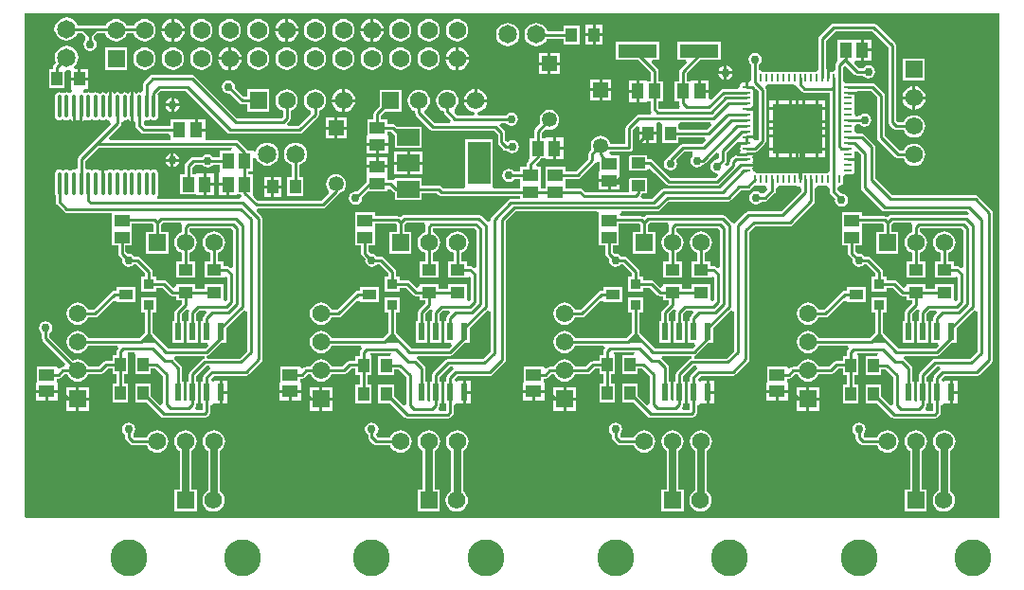
<source format=gtl>
%FSLAX25Y25*%
%MOIN*%
G70*
G01*
G75*
G04 Layer_Physical_Order=1*
G04 Layer_Color=255*
%ADD10R,0.04331X0.05512*%
%ADD11R,0.05512X0.04331*%
%ADD12R,0.07900X0.05900*%
%ADD13R,0.07900X0.15000*%
%ADD14R,0.04000X0.05000*%
%ADD15R,0.13780X0.04724*%
%ADD16R,0.05000X0.03600*%
%ADD17R,0.03600X0.03600*%
%ADD18R,0.05000X0.04000*%
%ADD19R,0.02362X0.06102*%
%ADD20O,0.01378X0.08268*%
%ADD21R,0.17716X0.17716*%
%ADD22O,0.00984X0.02953*%
%ADD23O,0.02953X0.00984*%
%ADD24C,0.01000*%
%ADD25C,0.02500*%
%ADD26R,0.06200X0.06200*%
%ADD27C,0.06200*%
%ADD28C,0.05315*%
%ADD29R,0.05315X0.05315*%
%ADD30R,0.06200X0.06200*%
%ADD31C,0.12992*%
%ADD32C,0.06500*%
%ADD33C,0.03000*%
G36*
X443209Y142421D02*
X100707Y142323D01*
X100000Y143030D01*
Y319882D01*
X443209D01*
X443209Y142421D01*
D02*
G37*
%LPC*%
G36*
X136614Y175967D02*
X135717Y175789D01*
X134956Y175280D01*
X134448Y174519D01*
X134269Y173622D01*
X134448Y172725D01*
X134956Y171964D01*
X135289Y171741D01*
Y170743D01*
X135390Y170236D01*
X135677Y169806D01*
X135862Y169683D01*
X137252Y168293D01*
X137682Y168005D01*
X138189Y167904D01*
X143021D01*
X143286Y167263D01*
X143912Y166448D01*
X144726Y165823D01*
X145675Y165430D01*
X146693Y165296D01*
X147711Y165430D01*
X148660Y165823D01*
X149475Y166448D01*
X150100Y167263D01*
X150493Y168212D01*
X150627Y169230D01*
X150493Y170248D01*
X150100Y171197D01*
X149475Y172011D01*
X148660Y172637D01*
X147711Y173030D01*
X146693Y173164D01*
X145675Y173030D01*
X144726Y172637D01*
X143912Y172011D01*
X143286Y171197D01*
X143021Y170555D01*
X138738D01*
X138402Y170891D01*
X138272Y171964D01*
X138781Y172725D01*
X138959Y173622D01*
X138781Y174519D01*
X138272Y175280D01*
X137512Y175789D01*
X136614Y175967D01*
D02*
G37*
G36*
X413681Y173164D02*
X412663Y173030D01*
X411714Y172637D01*
X410900Y172011D01*
X410275Y171197D01*
X409882Y170248D01*
X409748Y169230D01*
X409882Y168212D01*
X410275Y167263D01*
X410900Y166448D01*
X411591Y165918D01*
Y152402D01*
X409781D01*
Y144602D01*
X417581D01*
Y152402D01*
X415771D01*
Y165918D01*
X416463Y166448D01*
X417088Y167263D01*
X417481Y168212D01*
X417615Y169230D01*
X417481Y170248D01*
X417088Y171197D01*
X416463Y172011D01*
X415648Y172637D01*
X414699Y173030D01*
X413681Y173164D01*
D02*
G37*
G36*
X307972Y175967D02*
X307075Y175789D01*
X306314Y175280D01*
X305806Y174519D01*
X305627Y173622D01*
X305806Y172725D01*
X306314Y171964D01*
X306647Y171741D01*
Y170743D01*
X306748Y170236D01*
X307035Y169806D01*
X307220Y169683D01*
X308610Y168293D01*
X309040Y168005D01*
X309547Y167904D01*
X314379D01*
X314645Y167263D01*
X315270Y166448D01*
X316084Y165823D01*
X317033Y165430D01*
X318051Y165296D01*
X319069Y165430D01*
X320018Y165823D01*
X320833Y166448D01*
X321458Y167263D01*
X321851Y168212D01*
X321985Y169230D01*
X321851Y170248D01*
X321458Y171197D01*
X320833Y172011D01*
X320018Y172637D01*
X319069Y173030D01*
X318051Y173164D01*
X317033Y173030D01*
X316084Y172637D01*
X315270Y172011D01*
X314645Y171197D01*
X314379Y170555D01*
X310096D01*
X309760Y170891D01*
X309631Y171964D01*
X310139Y172725D01*
X310317Y173622D01*
X310139Y174519D01*
X309631Y175280D01*
X308870Y175789D01*
X307972Y175967D01*
D02*
G37*
G36*
X222244D02*
X221347Y175789D01*
X220586Y175280D01*
X220078Y174519D01*
X219899Y173622D01*
X220078Y172725D01*
X220586Y171964D01*
X220919Y171741D01*
Y170743D01*
X221020Y170236D01*
X221307Y169806D01*
X221491Y169683D01*
X222882Y168293D01*
X223096Y168150D01*
X223312Y168005D01*
X223312Y168005D01*
X223312Y168005D01*
X223592Y167950D01*
X223819Y167904D01*
X228651D01*
X228916Y167263D01*
X229541Y166448D01*
X230356Y165823D01*
X231305Y165430D01*
X232323Y165296D01*
X233341Y165430D01*
X234290Y165823D01*
X235104Y166448D01*
X235730Y167263D01*
X236123Y168212D01*
X236257Y169230D01*
X236123Y170248D01*
X235730Y171197D01*
X235104Y172011D01*
X234290Y172637D01*
X233341Y173030D01*
X232323Y173164D01*
X231305Y173030D01*
X230356Y172637D01*
X229541Y172011D01*
X228916Y171197D01*
X228651Y170555D01*
X224368D01*
X224032Y170891D01*
X223902Y171964D01*
X224411Y172725D01*
X224589Y173622D01*
X224411Y174519D01*
X223902Y175280D01*
X223142Y175789D01*
X222244Y175967D01*
D02*
G37*
G36*
X328051Y173164D02*
X327033Y173030D01*
X326084Y172637D01*
X325270Y172011D01*
X324645Y171197D01*
X324252Y170248D01*
X324117Y169230D01*
X324252Y168212D01*
X324645Y167263D01*
X325270Y166448D01*
X325961Y165918D01*
Y152402D01*
X324151D01*
Y144602D01*
X331951D01*
Y152402D01*
X330141D01*
Y165918D01*
X330833Y166448D01*
X331458Y167263D01*
X331851Y168212D01*
X331985Y169230D01*
X331851Y170248D01*
X331458Y171197D01*
X330833Y172011D01*
X330018Y172637D01*
X329069Y173030D01*
X328051Y173164D01*
D02*
G37*
G36*
X227969Y273220D02*
X224713D01*
Y270555D01*
X227969D01*
Y273220D01*
D02*
G37*
G36*
X232738Y293073D02*
X224939D01*
Y287148D01*
X223275Y285485D01*
X222988Y285055D01*
X222887Y284547D01*
Y282591D01*
X220657D01*
Y276886D01*
X220457D01*
Y274220D01*
X227969D01*
Y276886D01*
X227769D01*
Y278301D01*
X229077D01*
X230416Y276961D01*
Y272574D01*
X239916D01*
Y280074D01*
X231052D01*
X230563Y280563D01*
X230133Y280851D01*
X229626Y280951D01*
X227769D01*
Y282591D01*
X225538D01*
Y283998D01*
X226813Y285273D01*
X232738D01*
Y293073D01*
D02*
G37*
G36*
X242323Y173164D02*
X241305Y173030D01*
X240356Y172637D01*
X239542Y172011D01*
X238916Y171197D01*
X238523Y170248D01*
X238389Y169230D01*
X238523Y168212D01*
X238916Y167263D01*
X239542Y166448D01*
X240233Y165918D01*
Y152402D01*
X238423D01*
Y144602D01*
X246223D01*
Y152402D01*
X244413D01*
Y165918D01*
X245105Y166448D01*
X245730Y167263D01*
X246123Y168212D01*
X246257Y169230D01*
X246123Y170248D01*
X245730Y171197D01*
X245105Y172011D01*
X244290Y172637D01*
X243341Y173030D01*
X242323Y173164D01*
D02*
G37*
G36*
X223713Y273220D02*
X220457D01*
Y270555D01*
X223713D01*
Y273220D01*
D02*
G37*
G36*
X289681Y271941D02*
X287016D01*
Y268685D01*
X289681D01*
Y271941D01*
D02*
G37*
G36*
X234666Y266724D02*
X230216D01*
Y263274D01*
X234666D01*
Y266724D01*
D02*
G37*
G36*
X240116D02*
X235666D01*
Y263274D01*
X240116D01*
Y266724D01*
D02*
G37*
G36*
X186874Y262358D02*
X184374D01*
Y259358D01*
X186874D01*
Y262358D01*
D02*
G37*
G36*
X190374D02*
X187874D01*
Y259358D01*
X190374D01*
Y262358D01*
D02*
G37*
G36*
X393602Y175967D02*
X392705Y175789D01*
X391944Y175280D01*
X391436Y174519D01*
X391257Y173622D01*
X391436Y172725D01*
X391944Y171964D01*
X392277Y171741D01*
Y170743D01*
X392378Y170236D01*
X392665Y169806D01*
X392850Y169683D01*
X394240Y168293D01*
X394670Y168005D01*
X395177Y167904D01*
X400009D01*
X400275Y167263D01*
X400900Y166448D01*
X401714Y165823D01*
X402663Y165430D01*
X403681Y165296D01*
X404699Y165430D01*
X405648Y165823D01*
X406463Y166448D01*
X407088Y167263D01*
X407481Y168212D01*
X407615Y169230D01*
X407481Y170248D01*
X407088Y171197D01*
X406463Y172011D01*
X405648Y172637D01*
X404699Y173030D01*
X403681Y173164D01*
X402663Y173030D01*
X401714Y172637D01*
X400900Y172011D01*
X400275Y171197D01*
X400009Y170555D01*
X395726D01*
X395390Y170891D01*
X395261Y171964D01*
X395769Y172725D01*
X395948Y173622D01*
X395769Y174519D01*
X395261Y175280D01*
X394500Y175789D01*
X393602Y175967D01*
D02*
G37*
G36*
X234666Y271174D02*
X230216D01*
Y267724D01*
X234666D01*
Y271174D01*
D02*
G37*
G36*
X240116D02*
X235666D01*
Y267724D01*
X240116D01*
Y271174D01*
D02*
G37*
G36*
X223614Y269209D02*
X220358D01*
Y266543D01*
X223614D01*
Y269209D01*
D02*
G37*
G36*
X227870D02*
X224614D01*
Y266543D01*
X227870D01*
Y269209D01*
D02*
G37*
G36*
X151665Y287197D02*
X149716D01*
X149810Y286721D01*
X150363Y285894D01*
X151190Y285342D01*
X151665Y285247D01*
Y287197D01*
D02*
G37*
G36*
X154615D02*
X152665D01*
Y285247D01*
X153141Y285342D01*
X153968Y285894D01*
X154520Y286721D01*
X154615Y287197D01*
D02*
G37*
G36*
X211772Y288756D02*
X208202D01*
X208277Y288186D01*
X208690Y287188D01*
X209347Y286332D01*
X210204Y285675D01*
X211201Y285262D01*
X211772Y285187D01*
Y288756D01*
D02*
G37*
G36*
X216341D02*
X212772D01*
Y285187D01*
X213342Y285262D01*
X214339Y285675D01*
X215196Y286332D01*
X215853Y287188D01*
X216266Y288186D01*
X216341Y288756D01*
D02*
G37*
G36*
X171850Y296440D02*
X170953Y296261D01*
X170192Y295753D01*
X169684Y294992D01*
X169505Y294094D01*
X169684Y293197D01*
X170192Y292436D01*
X170953Y291928D01*
X171850Y291749D01*
X172243Y291828D01*
X175752Y288319D01*
X176182Y288031D01*
X176689Y287930D01*
X178372D01*
Y285356D01*
X186172D01*
Y293156D01*
X178372D01*
Y290581D01*
X177238D01*
X174117Y293702D01*
X174196Y294094D01*
X174017Y294992D01*
X173509Y295753D01*
X172748Y296261D01*
X171850Y296440D01*
D02*
G37*
G36*
X338051Y173164D02*
X337033Y173030D01*
X336084Y172637D01*
X335270Y172011D01*
X334645Y171197D01*
X334252Y170248D01*
X334118Y169230D01*
X334252Y168212D01*
X334645Y167263D01*
X335270Y166448D01*
X335961Y165918D01*
Y151922D01*
X335927Y151908D01*
X335112Y151283D01*
X334487Y150468D01*
X334094Y149520D01*
X333960Y148502D01*
X334094Y147484D01*
X334487Y146535D01*
X335112Y145720D01*
X335927Y145095D01*
X336876Y144702D01*
X337894Y144568D01*
X338912Y144702D01*
X339860Y145095D01*
X340675Y145720D01*
X341300Y146535D01*
X341693Y147484D01*
X341827Y148502D01*
X341693Y149520D01*
X341300Y150468D01*
X340675Y151283D01*
X340141Y151693D01*
Y165918D01*
X340833Y166448D01*
X341458Y167263D01*
X341851Y168212D01*
X341985Y169230D01*
X341851Y170248D01*
X341458Y171197D01*
X340833Y172011D01*
X340018Y172637D01*
X339069Y173030D01*
X338051Y173164D01*
D02*
G37*
G36*
X252323D02*
X251305Y173030D01*
X250356Y172637D01*
X249541Y172011D01*
X248916Y171197D01*
X248523Y170248D01*
X248389Y169230D01*
X248523Y168212D01*
X248916Y167263D01*
X249541Y166448D01*
X250233Y165918D01*
Y151922D01*
X250199Y151908D01*
X249384Y151283D01*
X248759Y150468D01*
X248366Y149520D01*
X248232Y148502D01*
X248366Y147484D01*
X248759Y146535D01*
X249384Y145720D01*
X250199Y145095D01*
X251147Y144702D01*
X252165Y144568D01*
X253184Y144702D01*
X254132Y145095D01*
X254947Y145720D01*
X255572Y146535D01*
X255965Y147484D01*
X256099Y148502D01*
X255965Y149520D01*
X255572Y150468D01*
X254947Y151283D01*
X254413Y151693D01*
Y165918D01*
X255104Y166448D01*
X255730Y167263D01*
X256123Y168212D01*
X256257Y169230D01*
X256123Y170248D01*
X255730Y171197D01*
X255104Y172011D01*
X254290Y172637D01*
X253341Y173030D01*
X252323Y173164D01*
D02*
G37*
G36*
X412492Y289697D02*
X408923D01*
X408998Y289127D01*
X409411Y288129D01*
X410068Y287273D01*
X410924Y286616D01*
X411922Y286202D01*
X412492Y286127D01*
Y289697D01*
D02*
G37*
G36*
X417062D02*
X413492D01*
Y286127D01*
X414062Y286202D01*
X415060Y286616D01*
X415916Y287273D01*
X416573Y288129D01*
X416987Y289127D01*
X417062Y289697D01*
D02*
G37*
G36*
X248838Y293107D02*
X247820Y292973D01*
X246872Y292580D01*
X246057Y291955D01*
X245432Y291140D01*
X245039Y290191D01*
X244905Y289173D01*
X245039Y288155D01*
X245432Y287206D01*
X246057Y286392D01*
X246872Y285767D01*
X247515Y285500D01*
X247614Y285005D01*
X247901Y284575D01*
X250229Y282247D01*
X249815Y281247D01*
X244348D01*
X240880Y284715D01*
X240854Y285087D01*
X241053Y285956D01*
X241620Y286392D01*
X242245Y287206D01*
X242638Y288155D01*
X242772Y289173D01*
X242638Y290191D01*
X242245Y291140D01*
X241620Y291955D01*
X240805Y292580D01*
X239857Y292973D01*
X238839Y293107D01*
X237820Y292973D01*
X236872Y292580D01*
X236057Y291955D01*
X235432Y291140D01*
X235039Y290191D01*
X234905Y289173D01*
X235039Y288155D01*
X235432Y287206D01*
X236057Y286392D01*
X236872Y285767D01*
X237513Y285501D01*
Y284882D01*
X237614Y284375D01*
X237901Y283945D01*
X242862Y278984D01*
X243292Y278697D01*
X243799Y278596D01*
X265317D01*
X266588Y277325D01*
Y274508D01*
X266689Y274001D01*
X266976Y273571D01*
X268453Y272094D01*
X268882Y271807D01*
X269390Y271706D01*
X269773D01*
X269995Y271373D01*
X270756Y270865D01*
X271654Y270686D01*
X272551Y270865D01*
X273312Y271373D01*
X273820Y272134D01*
X273999Y273031D01*
X273820Y273929D01*
X273312Y274690D01*
X272551Y275198D01*
X271654Y275377D01*
X270756Y275198D01*
X270122Y274774D01*
X269493Y275092D01*
X269239Y275295D01*
Y277874D01*
X269138Y278381D01*
X268851Y278811D01*
X267212Y280450D01*
X267626Y281450D01*
X269478D01*
X269700Y281117D01*
X270461Y280609D01*
X271358Y280431D01*
X272256Y280609D01*
X273017Y281117D01*
X273525Y281878D01*
X273703Y282776D01*
X273525Y283673D01*
X273017Y284434D01*
X272256Y284942D01*
X271358Y285121D01*
X270461Y284942D01*
X269700Y284434D01*
X269478Y284101D01*
X260054D01*
X259340Y284790D01*
X259333Y285103D01*
X259909Y285179D01*
X260244Y285317D01*
X260906Y285592D01*
X261763Y286249D01*
X262420Y287105D01*
X262833Y288103D01*
X262908Y288673D01*
X254769D01*
X254844Y288103D01*
X255257Y287105D01*
X255914Y286249D01*
X256771Y285592D01*
X257433Y285317D01*
X257768Y285179D01*
X258344Y285103D01*
X258337Y284790D01*
X257623Y284101D01*
X252124D01*
X251286Y284939D01*
X251409Y286230D01*
X251620Y286392D01*
X252245Y287206D01*
X252638Y288155D01*
X252772Y289173D01*
X252638Y290191D01*
X252245Y291140D01*
X251620Y291955D01*
X250805Y292580D01*
X249857Y292973D01*
X248838Y293107D01*
D02*
G37*
G36*
X423681Y173164D02*
X422663Y173030D01*
X421714Y172637D01*
X420900Y172011D01*
X420275Y171197D01*
X419882Y170248D01*
X419747Y169230D01*
X419882Y168212D01*
X420275Y167263D01*
X420900Y166448D01*
X421591Y165918D01*
Y151922D01*
X421557Y151908D01*
X420742Y151283D01*
X420117Y150468D01*
X419724Y149520D01*
X419590Y148502D01*
X419724Y147484D01*
X420117Y146535D01*
X420742Y145720D01*
X421557Y145095D01*
X422506Y144702D01*
X423524Y144568D01*
X424542Y144702D01*
X425490Y145095D01*
X426305Y145720D01*
X426930Y146535D01*
X427323Y147484D01*
X427457Y148502D01*
X427323Y149520D01*
X426930Y150468D01*
X426305Y151283D01*
X425771Y151693D01*
Y165918D01*
X426463Y166448D01*
X427088Y167263D01*
X427481Y168212D01*
X427615Y169230D01*
X427481Y170248D01*
X427088Y171197D01*
X426463Y172011D01*
X425648Y172637D01*
X424699Y173030D01*
X423681Y173164D01*
D02*
G37*
G36*
X209146Y279028D02*
X205988D01*
Y275870D01*
X209146D01*
Y279028D01*
D02*
G37*
G36*
X289681Y276197D02*
X287016D01*
Y272941D01*
X289681D01*
Y276197D01*
D02*
G37*
G36*
X156693Y173164D02*
X155675Y173030D01*
X154726Y172637D01*
X153911Y172011D01*
X153286Y171197D01*
X152893Y170248D01*
X152759Y169230D01*
X152893Y168212D01*
X153286Y167263D01*
X153911Y166448D01*
X154603Y165918D01*
Y152402D01*
X152793D01*
Y144602D01*
X160593D01*
Y152402D01*
X158783D01*
Y165918D01*
X159475Y166448D01*
X160100Y167263D01*
X160493Y168212D01*
X160627Y169230D01*
X160493Y170248D01*
X160100Y171197D01*
X159475Y172011D01*
X158660Y172637D01*
X157711Y173030D01*
X156693Y173164D01*
D02*
G37*
G36*
X213303Y279028D02*
X210146D01*
Y275870D01*
X213303D01*
Y279028D01*
D02*
G37*
G36*
X209146Y283185D02*
X205988D01*
Y280028D01*
X209146D01*
Y283185D01*
D02*
G37*
G36*
X213303D02*
X210146D01*
Y280028D01*
X213303D01*
Y283185D01*
D02*
G37*
G36*
X398917Y316385D02*
X384842D01*
X384335Y316284D01*
X383905Y315996D01*
X379870Y311961D01*
X379583Y311531D01*
X379482Y311024D01*
Y300339D01*
X379166Y299902D01*
X378334Y299347D01*
X377854Y299341D01*
X377374Y299347D01*
X377374D01*
D01*
X377374D01*
X376870Y299447D01*
X376366Y299347D01*
Y299347D01*
X376366Y299347D01*
D01*
X375886Y299342D01*
X375406Y299347D01*
X375406D01*
D01*
X375406D01*
X374902Y299447D01*
X374397Y299347D01*
Y299347D01*
X374397Y299347D01*
D01*
X373917Y299341D01*
X373437Y299347D01*
Y299347D01*
X373437D01*
X373437Y299347D01*
X372933Y299447D01*
X372429Y299347D01*
Y299347D01*
X372429Y299347D01*
D01*
X371949Y299342D01*
X371469Y299347D01*
X371469D01*
D01*
X371469D01*
X370965Y299447D01*
X370461Y299347D01*
Y299347D01*
X370461Y299347D01*
D01*
X369980Y299341D01*
X369500Y299347D01*
X369500D01*
D01*
X369500D01*
X368996Y299447D01*
X368492Y299347D01*
Y299347D01*
X368492Y299347D01*
D01*
X368012Y299342D01*
X367532Y299347D01*
X367532D01*
D01*
X367532D01*
X367028Y299447D01*
X366524Y299347D01*
Y299347D01*
X366524Y299347D01*
D01*
X366043Y299341D01*
X365563Y299347D01*
X365563D01*
D01*
X365563D01*
X365059Y299447D01*
X364555Y299347D01*
Y299347D01*
X364555Y299347D01*
D01*
X364075Y299342D01*
X363595Y299347D01*
X363595D01*
D01*
X363595D01*
X363091Y299447D01*
X362586Y299347D01*
Y299347D01*
X362586Y299347D01*
D01*
X362106Y299341D01*
X361626Y299347D01*
X361626D01*
D01*
X361626D01*
X361122Y299447D01*
X360618Y299347D01*
Y299347D01*
X360618Y299347D01*
D01*
X360138Y299342D01*
X359658Y299347D01*
X358826Y299902D01*
X358511Y300339D01*
Y301860D01*
X358843Y302082D01*
X359352Y302843D01*
X359530Y303740D01*
X359352Y304638D01*
X358843Y305398D01*
X358083Y305907D01*
X357185Y306085D01*
X356288Y305907D01*
X355527Y305398D01*
X355018Y304638D01*
X354840Y303740D01*
X355018Y302843D01*
X355527Y302082D01*
X355860Y301860D01*
Y297146D01*
Y296488D01*
X355118Y295616D01*
X354634D01*
Y294094D01*
X353634D01*
Y295616D01*
X353150D01*
X352567Y295500D01*
X352074Y295170D01*
X351744Y294677D01*
X351628Y294094D01*
X350737Y293451D01*
X346117D01*
X345609Y293350D01*
X345180Y293063D01*
X341764Y289647D01*
X340764Y290061D01*
Y292020D01*
X337598D01*
Y292520D01*
X337098D01*
Y296276D01*
X334433D01*
Y296076D01*
X333018D01*
Y298762D01*
X337795Y303539D01*
X345233D01*
Y309863D01*
X329854D01*
Y303539D01*
X332739D01*
X333122Y302615D01*
X330755Y300248D01*
X330468Y299818D01*
X330367Y299311D01*
Y296076D01*
X328727D01*
Y288964D01*
X330367D01*
Y288189D01*
X330468Y287682D01*
X330633Y287435D01*
X330315Y286435D01*
X323412D01*
X323078Y286770D01*
Y288964D01*
X324717D01*
Y296076D01*
X323078D01*
Y299705D01*
X322977Y300212D01*
X322689Y300642D01*
X320716Y302615D01*
X321099Y303539D01*
X323583D01*
Y309863D01*
X308204D01*
Y303539D01*
X316044D01*
X320427Y299156D01*
Y296076D01*
X319012D01*
Y296276D01*
X316346D01*
Y292520D01*
Y288764D01*
X319012D01*
Y288964D01*
X320427D01*
Y286220D01*
X320527Y285713D01*
X320815Y285283D01*
X320876Y285222D01*
X320494Y284298D01*
X316240D01*
X315733Y284197D01*
X315303Y283910D01*
X311956Y280563D01*
X311669Y280133D01*
X311568Y279626D01*
Y273963D01*
X306172D01*
X306124Y274328D01*
X305776Y275169D01*
X305222Y275891D01*
X304500Y276445D01*
X303659Y276794D01*
X302756Y276912D01*
X301853Y276794D01*
X301012Y276445D01*
X300290Y275891D01*
X299736Y275169D01*
X299387Y274328D01*
X299269Y273425D01*
X299387Y272522D01*
X299561Y272104D01*
X298964Y271508D01*
X298677Y271078D01*
X298576Y270571D01*
Y268758D01*
X294038Y264219D01*
X290465D01*
Y265859D01*
X283354D01*
Y259928D01*
Y258314D01*
X281607D01*
Y259928D01*
Y265859D01*
X280368D01*
X279954Y266859D01*
X281547Y268452D01*
X281835Y268882D01*
X281835Y268885D01*
X283350D01*
Y268685D01*
X286016D01*
Y272441D01*
Y276197D01*
X283350D01*
Y275997D01*
X281936D01*
Y277797D01*
X283423Y279285D01*
X283841Y279112D01*
X284744Y278993D01*
X285647Y279112D01*
X286488Y279460D01*
X287210Y280014D01*
X287764Y280737D01*
X288113Y281578D01*
X288231Y282480D01*
X288113Y283383D01*
X287764Y284224D01*
X287210Y284946D01*
X286488Y285500D01*
X285647Y285849D01*
X284744Y285967D01*
X283841Y285849D01*
X283000Y285500D01*
X282278Y284946D01*
X281724Y284224D01*
X281376Y283383D01*
X281257Y282480D01*
X281376Y281578D01*
X281549Y281159D01*
X279673Y279283D01*
X279386Y278854D01*
X279285Y278346D01*
Y275997D01*
X277645D01*
Y268885D01*
X277645Y268885D01*
X277645D01*
X277336Y267990D01*
X277114Y267768D01*
X276827Y267338D01*
X276726Y266831D01*
Y265859D01*
X274495D01*
Y264219D01*
X272451D01*
X272229Y264552D01*
X271468Y265060D01*
X270571Y265239D01*
X269673Y265060D01*
X268913Y264552D01*
X268404Y263791D01*
X268226Y262894D01*
X268404Y261996D01*
X268913Y261235D01*
X269673Y260727D01*
X270571Y260549D01*
X271468Y260727D01*
X272229Y261235D01*
X272451Y261568D01*
X274495D01*
Y259928D01*
Y258314D01*
X265463D01*
X264716Y258924D01*
X264716Y259314D01*
Y275524D01*
X255216D01*
Y259314D01*
X255216Y258924D01*
X254469Y258314D01*
X254469Y258314D01*
X247399D01*
X246652Y259062D01*
X246221Y259349D01*
X245714Y259450D01*
X239916D01*
Y261874D01*
X230416D01*
Y261632D01*
X229416Y261250D01*
X229247Y261362D01*
X228740Y261463D01*
X227670D01*
Y262878D01*
X227870D01*
Y265543D01*
X220358D01*
Y262878D01*
X220558D01*
Y260720D01*
X216928Y257090D01*
X216535Y257168D01*
X215638Y256989D01*
X214877Y256481D01*
X214369Y255720D01*
X214190Y254823D01*
X214369Y253925D01*
X214877Y253165D01*
X215638Y252656D01*
X216535Y252478D01*
X217433Y252656D01*
X218194Y253165D01*
X218702Y253925D01*
X218881Y254823D01*
X218802Y255215D01*
X220760Y257172D01*
X227670D01*
Y257919D01*
X228670Y258333D01*
X229816Y257187D01*
X230246Y256900D01*
X230416Y256866D01*
Y254374D01*
X239916D01*
Y256799D01*
X245165D01*
X245913Y256051D01*
X246343Y255764D01*
X246850Y255663D01*
X274495D01*
Y254602D01*
X271190D01*
X270683Y254501D01*
X270252Y254214D01*
X264319Y248280D01*
X264031Y247850D01*
X263931Y247343D01*
Y246911D01*
X262930Y246497D01*
X260852Y248575D01*
X260422Y248862D01*
X259915Y248963D01*
X233731D01*
X233224Y248862D01*
X232794Y248575D01*
X232323Y248104D01*
X232246Y248181D01*
X232053Y248310D01*
X231816Y248469D01*
X231816Y248469D01*
X231816Y248469D01*
X231571Y248517D01*
X231309Y248569D01*
X223438D01*
Y250013D01*
X216326D01*
Y244082D01*
Y238176D01*
X218556D01*
Y235433D01*
X218657Y234926D01*
X218945Y234496D01*
X219977Y233463D01*
X219899Y233071D01*
X220078Y232173D01*
X220586Y231413D01*
X221347Y230904D01*
X222244Y230726D01*
X223142Y230904D01*
X223902Y231413D01*
X223952Y231487D01*
X225030Y231560D01*
X228045Y228545D01*
Y227330D01*
X226770D01*
Y222130D01*
X231970D01*
Y223405D01*
X234321D01*
X236933Y220793D01*
X237363Y220505D01*
X237870Y220405D01*
X239023D01*
Y218930D01*
X240998D01*
Y217779D01*
X238886Y215667D01*
X238598Y215237D01*
X238497Y214730D01*
Y211711D01*
X237842D01*
Y204009D01*
X241804D01*
Y211711D01*
X241148D01*
Y214181D01*
X242780Y215813D01*
X243598Y215237D01*
X243497Y214730D01*
Y211711D01*
X242842D01*
Y204009D01*
X246804D01*
Y211711D01*
X246148D01*
Y214181D01*
X247372Y215405D01*
X249317D01*
X249699Y214481D01*
X248886Y213667D01*
X248598Y213237D01*
X248498Y212730D01*
Y211711D01*
X247842D01*
Y204009D01*
X249921D01*
X250303Y203085D01*
X249331Y202113D01*
X236069D01*
X230696Y207486D01*
Y214630D01*
X231970D01*
Y219830D01*
X226770D01*
Y214630D01*
X228045D01*
Y207486D01*
X226215Y205656D01*
X208001D01*
X207777Y206197D01*
X207152Y207012D01*
X206337Y207637D01*
X205388Y208030D01*
X204370Y208164D01*
X203352Y208030D01*
X202403Y207637D01*
X201589Y207012D01*
X200964Y206197D01*
X200571Y205248D01*
X200437Y204230D01*
X200571Y203212D01*
X200964Y202263D01*
X201589Y201448D01*
X202403Y200823D01*
X203352Y200430D01*
X204370Y200296D01*
X205388Y200430D01*
X206337Y200823D01*
X207152Y201448D01*
X207777Y202263D01*
X208084Y203005D01*
X218319D01*
X218733Y202005D01*
X218425Y201697D01*
X218425Y201697D01*
X218425Y201697D01*
X218264Y201457D01*
X218138Y201267D01*
X218138Y201267D01*
X218138Y201267D01*
X218085Y201003D01*
X218037Y200760D01*
X218037Y200760D01*
X218037Y200760D01*
Y199363D01*
X216562D01*
Y197555D01*
X214370D01*
X213863Y197455D01*
X213433Y197167D01*
X211821Y195555D01*
X208043D01*
X207777Y196197D01*
X207152Y197011D01*
X206337Y197637D01*
X205388Y198030D01*
X204370Y198164D01*
X203352Y198030D01*
X202403Y197637D01*
X201589Y197011D01*
X200964Y196197D01*
X200698Y195555D01*
X199151D01*
X198644Y195455D01*
X198214Y195167D01*
X198060Y195013D01*
X197060Y195427D01*
Y195682D01*
X189948D01*
Y189976D01*
X189748D01*
Y187311D01*
X197260D01*
Y189976D01*
X197060D01*
Y191391D01*
X197638D01*
X198145Y191492D01*
X198575Y191779D01*
X199700Y192904D01*
X200698D01*
X200964Y192263D01*
X201589Y191448D01*
X202403Y190823D01*
X203352Y190430D01*
X204370Y190296D01*
X205388Y190430D01*
X206337Y190823D01*
X207152Y191448D01*
X207777Y192263D01*
X208043Y192904D01*
X212370D01*
X212877Y193005D01*
X213307Y193293D01*
X214919Y194904D01*
X216562D01*
Y192763D01*
X218045D01*
Y189324D01*
X216562D01*
Y182724D01*
X222162D01*
Y189324D01*
X220696D01*
Y192763D01*
X222162D01*
Y199363D01*
X222162D01*
X221778Y200363D01*
X221845Y200446D01*
X229096D01*
X229152Y200363D01*
X228617Y199363D01*
X224562D01*
Y192763D01*
X230162D01*
Y194738D01*
X231636D01*
X234304Y192069D01*
Y182370D01*
X233590Y181971D01*
X233331Y181929D01*
X230162Y185098D01*
Y189324D01*
X224562D01*
Y182724D01*
X228788D01*
X233740Y177771D01*
X233740Y177771D01*
X234026Y177580D01*
X234170Y177484D01*
X234677Y177383D01*
X234677D01*
X234677D01*
X248984D01*
X249491Y177484D01*
X249921Y177771D01*
X250760Y178610D01*
X251048Y179040D01*
X251149Y179547D01*
Y181953D01*
X251243Y182084D01*
X252149Y182656D01*
X252642Y182549D01*
X252643D01*
X252721Y182549D01*
X254323D01*
Y186600D01*
Y190651D01*
X252721D01*
X252643Y190651D01*
X252642D01*
X251800Y190468D01*
X251535Y191451D01*
X252321Y192237D01*
X263622D01*
X264129Y192338D01*
X264560Y192625D01*
X269047Y197114D01*
X269335Y197544D01*
X269436Y198051D01*
Y246695D01*
X272892Y250151D01*
X301112D01*
X302054Y250012D01*
X302054Y249151D01*
Y244082D01*
Y238176D01*
X304285D01*
Y235433D01*
X304386Y234926D01*
X304673Y234496D01*
X305705Y233463D01*
X305627Y233071D01*
X305806Y232173D01*
X306314Y231413D01*
X307075Y230904D01*
X307972Y230726D01*
X308870Y230904D01*
X309631Y231413D01*
X309680Y231487D01*
X310758Y231560D01*
X313773Y228545D01*
Y227330D01*
X312498D01*
Y222130D01*
X317698D01*
Y223405D01*
X320049D01*
X322661Y220793D01*
X323091Y220505D01*
X323598Y220405D01*
X324751D01*
Y218930D01*
X326726D01*
Y217779D01*
X324614Y215667D01*
X324327Y215237D01*
X324226Y214730D01*
Y211711D01*
X323570D01*
Y204009D01*
X327532D01*
Y211711D01*
X326877D01*
Y214181D01*
X328509Y215813D01*
X329327Y215237D01*
X329226Y214730D01*
Y211711D01*
X328570D01*
Y204009D01*
X332532D01*
Y211711D01*
X331877D01*
Y214181D01*
X333100Y215405D01*
X335045D01*
X335427Y214481D01*
X334614Y213667D01*
X334327Y213237D01*
X334226Y212730D01*
Y211711D01*
X333570D01*
Y204009D01*
X335649D01*
X336031Y203085D01*
X335060Y202113D01*
X321797D01*
X316424Y207486D01*
Y214630D01*
X317698D01*
Y219830D01*
X312498D01*
Y214630D01*
X313773D01*
Y207486D01*
X311943Y205656D01*
X293729D01*
X293505Y206197D01*
X292880Y207012D01*
X292065Y207637D01*
X291116Y208030D01*
X290098Y208164D01*
X289080Y208030D01*
X288132Y207637D01*
X287317Y207012D01*
X286692Y206197D01*
X286299Y205248D01*
X286165Y204230D01*
X286299Y203212D01*
X286692Y202263D01*
X287317Y201448D01*
X288132Y200823D01*
X289080Y200430D01*
X290098Y200296D01*
X291116Y200430D01*
X292065Y200823D01*
X292880Y201448D01*
X293505Y202263D01*
X293812Y203005D01*
X303850D01*
X304265Y202005D01*
X304153Y201894D01*
X303866Y201464D01*
X303765Y200957D01*
Y199560D01*
X302291D01*
Y197555D01*
X300098D01*
X299591Y197455D01*
X299161Y197167D01*
X297549Y195555D01*
X293771D01*
X293505Y196197D01*
X292880Y197011D01*
X292065Y197637D01*
X291116Y198030D01*
X290098Y198164D01*
X289080Y198030D01*
X288132Y197637D01*
X287317Y197011D01*
X286692Y196197D01*
X286426Y195555D01*
X284880D01*
X284372Y195455D01*
X283942Y195167D01*
X283788Y195013D01*
X282788Y195427D01*
Y195682D01*
X275676D01*
Y189976D01*
X275476D01*
Y187311D01*
X282988D01*
Y189976D01*
X282788D01*
Y191391D01*
X283366D01*
X283873Y191492D01*
X284303Y191779D01*
X285429Y192904D01*
X286426D01*
X286692Y192263D01*
X287317Y191448D01*
X288132Y190823D01*
X289080Y190430D01*
X290098Y190296D01*
X291116Y190430D01*
X292065Y190823D01*
X292880Y191448D01*
X293505Y192263D01*
X293771Y192904D01*
X298098D01*
X298606Y193005D01*
X299036Y193293D01*
X300647Y194904D01*
X302291D01*
Y192960D01*
X303773D01*
Y189521D01*
X302291D01*
Y182921D01*
X307891D01*
Y189521D01*
X306424D01*
Y192960D01*
X307891D01*
Y199560D01*
X307891D01*
X307506Y200560D01*
X307573Y200643D01*
X314825D01*
X314880Y200560D01*
X314346Y199560D01*
X310291D01*
Y192960D01*
X315891D01*
Y194934D01*
X317364D01*
X320033Y192266D01*
Y182567D01*
X319317Y182168D01*
X319059Y182126D01*
X315891Y185295D01*
Y189521D01*
X310291D01*
Y182921D01*
X314516D01*
X319468Y177968D01*
X319898Y177681D01*
X320406Y177580D01*
X334713D01*
X335220Y177681D01*
X335650Y177968D01*
X336489Y178807D01*
X336776Y179237D01*
X336877Y179744D01*
Y181953D01*
X336972Y182084D01*
X337877Y182656D01*
X338370Y182549D01*
X338371D01*
X338450Y182549D01*
X340051D01*
Y186600D01*
Y190651D01*
X338450D01*
X338371Y190651D01*
X338370D01*
X337453Y190451D01*
X337370Y190451D01*
X337334D01*
X337066Y191451D01*
X338049Y192434D01*
X349351D01*
X349858Y192535D01*
X350288Y192822D01*
X354776Y197310D01*
X355063Y197740D01*
X355164Y198248D01*
Y242955D01*
X357242Y245033D01*
X369291D01*
X369799Y245134D01*
X370229Y245421D01*
X377807Y253000D01*
X378095Y253430D01*
X378196Y253937D01*
Y258322D01*
X378511Y258760D01*
X379343Y259314D01*
X379823Y259320D01*
X380303Y259314D01*
X380303D01*
D01*
X380303D01*
X380807Y259214D01*
X381311Y259314D01*
Y259314D01*
X381311Y259314D01*
D01*
X381791Y259320D01*
X382272Y259314D01*
X383103Y258760D01*
X383419Y258322D01*
Y257185D01*
X383520Y256678D01*
X383807Y256248D01*
X385266Y254789D01*
X385155Y254232D01*
X385333Y253335D01*
X385842Y252574D01*
X386603Y252066D01*
X387500Y251887D01*
X388397Y252066D01*
X389158Y252574D01*
X389667Y253335D01*
X389845Y254232D01*
X389667Y255130D01*
X389158Y255890D01*
X388397Y256399D01*
X387500Y256577D01*
X387272Y256532D01*
X386070Y257734D01*
Y258322D01*
X386713Y259214D01*
X387217Y259314D01*
X387644Y259600D01*
X387930Y260027D01*
X388030Y260531D01*
Y262403D01*
X388137Y262606D01*
X388673Y263143D01*
X388877Y263249D01*
X390748D01*
X391252Y263350D01*
X391329Y263401D01*
X391680Y263635D01*
X391680Y263635D01*
X391965Y264063D01*
X391974Y264106D01*
X391979Y264132D01*
X392003Y264254D01*
X392066Y264567D01*
X391966Y265070D01*
X391965Y265126D01*
X391960Y265551D01*
X391965Y265977D01*
X391966Y266032D01*
X392066Y266535D01*
X392001Y266862D01*
X391979Y266970D01*
X392141Y267903D01*
X392154Y267922D01*
X392170Y268004D01*
X389764D01*
Y269004D01*
X392170D01*
X392154Y269086D01*
X392141Y269105D01*
X391979Y270037D01*
X392003Y270160D01*
X392066Y270472D01*
X392003Y270788D01*
X392010Y271024D01*
X392160Y271184D01*
X393467Y271194D01*
X394442Y270219D01*
Y258563D01*
X394543Y258056D01*
X394830Y257626D01*
X401720Y250736D01*
X402150Y250449D01*
X402658Y250348D01*
X431735D01*
X432494Y249589D01*
X431856Y248812D01*
X431781Y248862D01*
X431273Y248963D01*
X405089D01*
X404582Y248862D01*
X404152Y248575D01*
X403681Y248105D01*
X403604Y248181D01*
X403174Y248469D01*
X402667Y248569D01*
X394796D01*
Y250013D01*
X387684D01*
Y244082D01*
Y238176D01*
X389915D01*
Y235433D01*
X390016Y234926D01*
X390303Y234496D01*
X391335Y233463D01*
X391257Y233071D01*
X391436Y232173D01*
X391944Y231413D01*
X392705Y230904D01*
X393602Y230726D01*
X394500Y230904D01*
X395261Y231413D01*
X395310Y231487D01*
X396388Y231560D01*
X399403Y228545D01*
Y227330D01*
X398128D01*
Y222130D01*
X403328D01*
Y223405D01*
X405679D01*
X408291Y220793D01*
X408721Y220505D01*
X409228Y220405D01*
X410381D01*
Y218930D01*
X412356D01*
Y217779D01*
X410244Y215667D01*
X409957Y215237D01*
X409856Y214730D01*
Y211711D01*
X409200D01*
Y204009D01*
X413162D01*
Y211711D01*
X412507D01*
Y214181D01*
X414139Y215813D01*
X414957Y215237D01*
X414856Y214730D01*
Y211711D01*
X414200D01*
Y204009D01*
X418162D01*
Y211711D01*
X417507D01*
Y214181D01*
X418730Y215405D01*
X420675D01*
X421057Y214481D01*
X420244Y213667D01*
X419957Y213237D01*
X419856Y212730D01*
Y211711D01*
X419200D01*
Y204009D01*
X421279D01*
X421661Y203085D01*
X420690Y202113D01*
X407427D01*
X402054Y207486D01*
Y214630D01*
X403328D01*
Y219830D01*
X398128D01*
Y214630D01*
X399403D01*
Y207486D01*
X397573Y205656D01*
X379359D01*
X379135Y206197D01*
X378510Y207012D01*
X377695Y207637D01*
X376747Y208030D01*
X375728Y208164D01*
X374710Y208030D01*
X373762Y207637D01*
X372947Y207012D01*
X372322Y206197D01*
X371929Y205248D01*
X371795Y204230D01*
X371929Y203212D01*
X372322Y202263D01*
X372947Y201448D01*
X373762Y200823D01*
X374710Y200430D01*
X375728Y200296D01*
X376747Y200430D01*
X377695Y200823D01*
X378510Y201448D01*
X379135Y202263D01*
X379443Y203005D01*
X389677D01*
X390091Y202005D01*
X389783Y201697D01*
X389496Y201267D01*
X389395Y200760D01*
Y199363D01*
X387921D01*
Y197555D01*
X385728D01*
X385221Y197455D01*
X384791Y197167D01*
X383179Y195555D01*
X379401D01*
X379135Y196197D01*
X378510Y197011D01*
X377695Y197637D01*
X376747Y198030D01*
X375728Y198164D01*
X374710Y198030D01*
X373762Y197637D01*
X372947Y197011D01*
X372322Y196197D01*
X372056Y195555D01*
X370510D01*
X370283Y195510D01*
X370002Y195455D01*
X370002Y195455D01*
X370002Y195455D01*
X369786Y195310D01*
X369572Y195167D01*
X369418Y195013D01*
X368418Y195427D01*
Y195682D01*
X361306D01*
Y189976D01*
X361106D01*
Y187311D01*
X368618D01*
Y189976D01*
X368418D01*
Y191391D01*
X368996D01*
X369223Y191436D01*
X369503Y191492D01*
X369503Y191492D01*
X369503Y191492D01*
X369719Y191636D01*
X369933Y191779D01*
X371059Y192904D01*
X372056D01*
X372322Y192263D01*
X372947Y191448D01*
X373762Y190823D01*
X374710Y190430D01*
X375728Y190296D01*
X376747Y190430D01*
X377695Y190823D01*
X378510Y191448D01*
X379135Y192263D01*
X379401Y192904D01*
X383728D01*
X384236Y193005D01*
X384666Y193293D01*
X386277Y194904D01*
X387921D01*
Y192763D01*
X389403D01*
Y189324D01*
X387920D01*
Y182724D01*
X393520D01*
Y189324D01*
X392054D01*
Y192763D01*
X393521D01*
Y199363D01*
X393521D01*
X393136Y200363D01*
X393203Y200446D01*
X400455D01*
X400510Y200363D01*
X399976Y199363D01*
X395921D01*
Y192763D01*
X401521D01*
Y194738D01*
X402994D01*
X405663Y192069D01*
Y182370D01*
X404947Y181971D01*
X404690Y181929D01*
X401520Y185099D01*
Y189324D01*
X395920D01*
Y182724D01*
X400146D01*
X405098Y177771D01*
X405098Y177771D01*
X405385Y177580D01*
X405528Y177484D01*
X406036Y177383D01*
X406036D01*
X406036D01*
X420343D01*
X420343Y177383D01*
X420343Y177383D01*
X420587Y177432D01*
X420850Y177484D01*
X420850Y177484D01*
X420850Y177484D01*
X421032Y177606D01*
X421280Y177771D01*
X421280Y177771D01*
X421280Y177771D01*
X422119Y178610D01*
X422244Y178798D01*
X422406Y179040D01*
X422406Y179040D01*
X422406Y179040D01*
X422453Y179279D01*
X422507Y179547D01*
Y181953D01*
X422602Y182084D01*
X423507Y182656D01*
X424000Y182549D01*
X424001D01*
X424080Y182549D01*
X425681D01*
Y186600D01*
Y190651D01*
X424080D01*
X424001Y190651D01*
X424000D01*
X423158Y190468D01*
X422893Y191451D01*
X423679Y192237D01*
X434981D01*
X435488Y192338D01*
X435918Y192625D01*
X440406Y197114D01*
X440693Y197544D01*
X440794Y198051D01*
Y249803D01*
X440693Y250310D01*
X440406Y250740D01*
X435583Y255563D01*
X435153Y255851D01*
X434646Y255951D01*
X405372D01*
X399455Y261868D01*
Y272835D01*
X399355Y273342D01*
X399067Y273772D01*
X395524Y277315D01*
X395094Y277602D01*
X394587Y277703D01*
X392957D01*
X392520Y278019D01*
X391965Y278851D01*
X391960Y279331D01*
X391965Y279811D01*
X392520Y280642D01*
X392918Y280930D01*
X393935Y280837D01*
X394011Y280724D01*
X394772Y280215D01*
X395669Y280037D01*
X396567Y280215D01*
X397327Y280724D01*
X397836Y281485D01*
X398014Y282382D01*
X397836Y283279D01*
X397327Y284040D01*
X396567Y284548D01*
X395669Y284727D01*
X394772Y284548D01*
X394011Y284040D01*
X393889Y283858D01*
X392803Y283720D01*
X392520Y283924D01*
X391965Y284756D01*
X391960Y285236D01*
X391965Y285716D01*
Y285716D01*
D01*
Y285716D01*
X392066Y286220D01*
X391965Y286725D01*
X391965D01*
X391965Y286725D01*
D01*
X391960Y287205D01*
X391965Y287685D01*
Y287685D01*
D01*
Y287685D01*
X392066Y288189D01*
X391965Y288693D01*
X391965D01*
X391965Y288693D01*
D01*
X391960Y289173D01*
X391965Y289598D01*
X391966Y289654D01*
X392066Y290157D01*
X392001Y290484D01*
X391979Y290593D01*
X392141Y291525D01*
X392154Y291544D01*
X392269Y292126D01*
X393161Y292769D01*
X397876D01*
X400052Y290593D01*
Y276279D01*
X400153Y275772D01*
X400441Y275342D01*
X406523Y269260D01*
X406953Y268972D01*
X407461Y268871D01*
X409320D01*
X409586Y268230D01*
X410211Y267415D01*
X411025Y266790D01*
X411974Y266397D01*
X412992Y266263D01*
X414010Y266397D01*
X414959Y266790D01*
X415774Y267415D01*
X416399Y268230D01*
X416792Y269179D01*
X416926Y270197D01*
X416792Y271215D01*
X416399Y272164D01*
X415774Y272978D01*
X414959Y273604D01*
X414010Y273996D01*
X412992Y274131D01*
X411974Y273996D01*
X411025Y273604D01*
X410211Y272978D01*
X409586Y272164D01*
X409320Y271522D01*
X408010D01*
X402703Y276829D01*
Y291142D01*
X402602Y291649D01*
X402315Y292079D01*
X399362Y295032D01*
X398933Y295319D01*
X398425Y295420D01*
X389764D01*
X389723Y295412D01*
X388780D01*
X388038Y296264D01*
Y297146D01*
X388038Y297146D01*
Y301095D01*
X388766Y301781D01*
X392075Y298472D01*
X392505Y298185D01*
X393012Y298084D01*
X395150D01*
X395340Y297800D01*
X396101Y297292D01*
X396998Y297114D01*
X397895Y297292D01*
X398656Y297800D01*
X399165Y298561D01*
X399343Y299459D01*
X399165Y300356D01*
X398656Y301117D01*
X397895Y301625D01*
X396998Y301804D01*
X396101Y301625D01*
X395340Y301117D01*
X395085Y300735D01*
X393561D01*
X392063Y302232D01*
X392478Y303232D01*
X394382D01*
Y306988D01*
Y310744D01*
X391717D01*
Y310544D01*
X386011D01*
Y303432D01*
X386011Y303432D01*
X385733Y302547D01*
X385488Y302180D01*
X385387Y301673D01*
Y300339D01*
X384744Y299447D01*
X384240Y299347D01*
X383988Y299179D01*
X383851Y299206D01*
X383358Y299535D01*
X382776Y299651D01*
X382133Y300543D01*
Y310475D01*
X385392Y313734D01*
X398368D01*
X403990Y308112D01*
Y281693D01*
X404090Y281186D01*
X404378Y280756D01*
X405874Y279260D01*
X406304Y278972D01*
X406811Y278871D01*
X409320D01*
X409586Y278230D01*
X410211Y277415D01*
X411025Y276790D01*
X411974Y276397D01*
X412992Y276263D01*
X414010Y276397D01*
X414959Y276790D01*
X415774Y277415D01*
X416399Y278230D01*
X416792Y279179D01*
X416926Y280197D01*
X416792Y281215D01*
X416399Y282164D01*
X415774Y282978D01*
X414959Y283604D01*
X414010Y283997D01*
X412992Y284131D01*
X411974Y283997D01*
X411025Y283604D01*
X410211Y282978D01*
X409586Y282164D01*
X409320Y281522D01*
X407360D01*
X406640Y282242D01*
Y308661D01*
X406539Y309169D01*
X406252Y309599D01*
X399855Y315996D01*
X399425Y316284D01*
X398917Y316385D01*
D02*
G37*
G36*
X163599Y282693D02*
X160933D01*
Y279437D01*
X163599D01*
Y282693D01*
D02*
G37*
G36*
X278732Y186311D02*
X275476D01*
Y183646D01*
X278732D01*
Y186311D01*
D02*
G37*
G36*
X282988D02*
X279732D01*
Y183646D01*
X282988D01*
Y186311D01*
D02*
G37*
G36*
X193004D02*
X189748D01*
Y183646D01*
X193004D01*
Y186311D01*
D02*
G37*
G36*
X197260D02*
X194004D01*
Y183646D01*
X197260D01*
Y186311D01*
D02*
G37*
G36*
X364362D02*
X361106D01*
Y183646D01*
X364362D01*
Y186311D01*
D02*
G37*
G36*
X122840Y188330D02*
X119240D01*
Y184730D01*
X122840D01*
Y188330D01*
D02*
G37*
G36*
X203870D02*
X200270D01*
Y184730D01*
X203870D01*
Y188330D01*
D02*
G37*
G36*
X368618Y186311D02*
X365362D01*
Y183646D01*
X368618D01*
Y186311D01*
D02*
G37*
G36*
X118240Y188330D02*
X114640D01*
Y184730D01*
X118240D01*
Y188330D01*
D02*
G37*
G36*
X111630Y186311D02*
X108374D01*
Y183646D01*
X111630D01*
Y186311D01*
D02*
G37*
G36*
X375228Y183730D02*
X371628D01*
Y180130D01*
X375228D01*
Y183730D01*
D02*
G37*
G36*
X379828D02*
X376228D01*
Y180130D01*
X379828D01*
Y183730D01*
D02*
G37*
G36*
X289598D02*
X285998D01*
Y180130D01*
X289598D01*
Y183730D01*
D02*
G37*
G36*
X294198D02*
X290598D01*
Y180130D01*
X294198D01*
Y183730D01*
D02*
G37*
G36*
X171374Y186100D02*
X169693D01*
Y182549D01*
X171374D01*
Y186100D01*
D02*
G37*
G36*
X428362D02*
X426681D01*
Y182549D01*
X428362D01*
Y186100D01*
D02*
G37*
G36*
X107374Y186311D02*
X104118D01*
Y183646D01*
X107374D01*
Y186311D01*
D02*
G37*
G36*
X257004Y186100D02*
X255323D01*
Y182549D01*
X257004D01*
Y186100D01*
D02*
G37*
G36*
X342732D02*
X341051D01*
Y182549D01*
X342732D01*
Y186100D01*
D02*
G37*
G36*
X208470Y188330D02*
X204870D01*
Y184730D01*
X208470D01*
Y188330D01*
D02*
G37*
G36*
X186874Y258358D02*
X184374D01*
Y255358D01*
X186874D01*
Y258358D01*
D02*
G37*
G36*
X190374D02*
X187874D01*
Y255358D01*
X190374D01*
Y258358D01*
D02*
G37*
G36*
X310398Y223630D02*
X303798D01*
Y222356D01*
X303018D01*
X302511Y222255D01*
X302081Y221967D01*
X295669Y215556D01*
X293771D01*
X293505Y216197D01*
X292880Y217011D01*
X292065Y217637D01*
X291116Y218030D01*
X290098Y218164D01*
X289080Y218030D01*
X288132Y217637D01*
X287317Y217011D01*
X286692Y216197D01*
X286299Y215248D01*
X286165Y214230D01*
X286299Y213212D01*
X286692Y212263D01*
X287317Y211449D01*
X288132Y210823D01*
X289080Y210430D01*
X290098Y210296D01*
X291116Y210430D01*
X292065Y210823D01*
X292880Y211449D01*
X293505Y212263D01*
X293771Y212905D01*
X296218D01*
X296725Y213005D01*
X297155Y213293D01*
X302798Y218936D01*
X303798Y218521D01*
Y218430D01*
X310398D01*
Y223630D01*
D02*
G37*
G36*
X396028D02*
X389428D01*
Y222356D01*
X388648D01*
X388141Y222255D01*
X387711Y221967D01*
X381299Y215556D01*
X379401D01*
X379135Y216197D01*
X378510Y217011D01*
X377695Y217637D01*
X376747Y218030D01*
X375728Y218164D01*
X374710Y218030D01*
X373762Y217637D01*
X372947Y217011D01*
X372322Y216197D01*
X371929Y215248D01*
X371795Y214230D01*
X371929Y213212D01*
X372322Y212263D01*
X372947Y211449D01*
X373762Y210823D01*
X374710Y210430D01*
X375728Y210296D01*
X376747Y210430D01*
X377695Y210823D01*
X378510Y211449D01*
X379135Y212263D01*
X379401Y212905D01*
X381848D01*
X382355Y213005D01*
X382785Y213293D01*
X388428Y218936D01*
X389428Y218521D01*
Y218430D01*
X396028D01*
Y223630D01*
D02*
G37*
G36*
X195433Y274459D02*
X194376Y274320D01*
X193391Y273912D01*
X192544Y273263D01*
X191895Y272416D01*
X191487Y271431D01*
X191348Y270374D01*
X191487Y269317D01*
X191895Y268332D01*
X192544Y267485D01*
X193391Y266836D01*
X194049Y266564D01*
Y262158D01*
X192574D01*
Y255558D01*
X198174D01*
Y262158D01*
X196700D01*
Y266515D01*
X197476Y266836D01*
X198321Y267485D01*
X198971Y268332D01*
X199379Y269317D01*
X199518Y270374D01*
X199379Y271431D01*
X198971Y272416D01*
X198321Y273263D01*
X197476Y273912D01*
X196490Y274320D01*
X195433Y274459D01*
D02*
G37*
G36*
X122840Y183730D02*
X119240D01*
Y180130D01*
X122840D01*
Y183730D01*
D02*
G37*
G36*
X118240D02*
X114640D01*
Y180130D01*
X118240D01*
Y183730D01*
D02*
G37*
G36*
X208470D02*
X204870D01*
Y180130D01*
X208470D01*
Y183730D01*
D02*
G37*
G36*
X203870D02*
X200270D01*
Y180130D01*
X203870D01*
Y183730D01*
D02*
G37*
G36*
X224670Y223630D02*
X218070D01*
Y222356D01*
X217290D01*
X216783Y222255D01*
X216353Y221967D01*
X209941Y215556D01*
X208043D01*
X207777Y216197D01*
X207152Y217011D01*
X206337Y217637D01*
X205388Y218030D01*
X204370Y218164D01*
X203352Y218030D01*
X202403Y217637D01*
X201589Y217011D01*
X200964Y216197D01*
X200571Y215248D01*
X200437Y214230D01*
X200571Y213212D01*
X200964Y212263D01*
X201589Y211449D01*
X202403Y210823D01*
X203352Y210430D01*
X204370Y210296D01*
X205388Y210430D01*
X206337Y210823D01*
X207152Y211449D01*
X207777Y212263D01*
X208043Y212905D01*
X210490D01*
X210997Y213005D01*
X211427Y213293D01*
X217070Y218936D01*
X218070Y218522D01*
Y218430D01*
X224670D01*
Y223630D01*
D02*
G37*
G36*
X375228Y188330D02*
X371628D01*
Y184730D01*
X375228D01*
Y188330D01*
D02*
G37*
G36*
X379828D02*
X376228D01*
Y184730D01*
X379828D01*
Y188330D01*
D02*
G37*
G36*
X289598D02*
X285998D01*
Y184730D01*
X289598D01*
Y188330D01*
D02*
G37*
G36*
X294198D02*
X290598D01*
Y184730D01*
X294198D01*
Y188330D01*
D02*
G37*
G36*
X169693Y190651D02*
Y187100D01*
X171374D01*
Y190651D01*
X169693D01*
D02*
G37*
G36*
X426681D02*
Y187100D01*
X428362D01*
Y190651D01*
X426681D01*
D02*
G37*
G36*
X139040Y223630D02*
X132440D01*
Y222356D01*
X131660D01*
X131153Y222255D01*
X130723Y221967D01*
X124311Y215556D01*
X122413D01*
X122147Y216197D01*
X121522Y217011D01*
X120707Y217637D01*
X119758Y218030D01*
X118740Y218164D01*
X117722Y218030D01*
X116773Y217637D01*
X115959Y217011D01*
X115334Y216197D01*
X114941Y215248D01*
X114806Y214230D01*
X114941Y213212D01*
X115334Y212263D01*
X115959Y211449D01*
X116773Y210823D01*
X117722Y210430D01*
X118740Y210296D01*
X119758Y210430D01*
X120707Y210823D01*
X121522Y211449D01*
X122147Y212263D01*
X122413Y212905D01*
X124860D01*
X125367Y213005D01*
X125797Y213293D01*
X131440Y218936D01*
X132440Y218521D01*
Y218430D01*
X139040D01*
Y223630D01*
D02*
G37*
G36*
X255323Y190651D02*
Y187100D01*
X257004D01*
Y190651D01*
X255323D01*
D02*
G37*
G36*
X341051D02*
Y187100D01*
X342732D01*
Y190651D01*
X341051D01*
D02*
G37*
G36*
X166693Y173164D02*
X165675Y173030D01*
X164726Y172637D01*
X163911Y172011D01*
X163286Y171197D01*
X162893Y170248D01*
X162759Y169230D01*
X162893Y168212D01*
X163286Y167263D01*
X163911Y166448D01*
X164603Y165918D01*
Y151922D01*
X164569Y151908D01*
X163754Y151283D01*
X163129Y150468D01*
X162736Y149520D01*
X162602Y148502D01*
X162736Y147484D01*
X163129Y146535D01*
X163754Y145720D01*
X164569Y145095D01*
X165517Y144702D01*
X166535Y144568D01*
X167553Y144702D01*
X168502Y145095D01*
X169317Y145720D01*
X169942Y146535D01*
X170335Y147484D01*
X170469Y148502D01*
X170335Y149520D01*
X169942Y150468D01*
X169317Y151283D01*
X168783Y151693D01*
Y165918D01*
X169474Y166448D01*
X170100Y167263D01*
X170493Y168212D01*
X170627Y169230D01*
X170493Y170248D01*
X170100Y171197D01*
X169474Y172011D01*
X168660Y172637D01*
X167711Y173030D01*
X166693Y173164D01*
D02*
G37*
G36*
X398047Y310744D02*
X395382D01*
Y307488D01*
X398047D01*
Y310744D01*
D02*
G37*
G36*
X270079Y316585D02*
X269022Y316446D01*
X268036Y316038D01*
X267190Y315388D01*
X266541Y314543D01*
X266133Y313557D01*
X265994Y312500D01*
X266133Y311443D01*
X266541Y310458D01*
X267190Y309612D01*
X268036Y308962D01*
X269022Y308554D01*
X270079Y308415D01*
X271136Y308554D01*
X272121Y308962D01*
X272967Y309612D01*
X273616Y310458D01*
X274025Y311443D01*
X274164Y312500D01*
X274025Y313557D01*
X273616Y314543D01*
X272967Y315388D01*
X272121Y316038D01*
X271136Y316446D01*
X270079Y316585D01*
D02*
G37*
G36*
X252783Y308105D02*
Y304535D01*
X256353D01*
X256278Y305106D01*
X255865Y306103D01*
X255208Y306960D01*
X254351Y307617D01*
X253354Y308030D01*
X252783Y308105D01*
D02*
G37*
G36*
X172784D02*
Y304535D01*
X176353D01*
X176278Y305106D01*
X175865Y306103D01*
X175208Y306960D01*
X174351Y307617D01*
X173354Y308030D01*
X172784Y308105D01*
D02*
G37*
G36*
X251783D02*
X251213Y308030D01*
X250216Y307617D01*
X249359Y306960D01*
X248702Y306103D01*
X248289Y305106D01*
X248214Y304535D01*
X251783D01*
Y308105D01*
D02*
G37*
G36*
X151784Y313535D02*
X148214D01*
X148289Y312965D01*
X148702Y311968D01*
X149359Y311111D01*
X150216Y310454D01*
X151213Y310041D01*
X151784Y309966D01*
Y313535D01*
D02*
G37*
G36*
X156353D02*
X152784D01*
Y309966D01*
X153354Y310041D01*
X154351Y310454D01*
X155208Y311111D01*
X155865Y311968D01*
X156278Y312965D01*
X156353Y313535D01*
D02*
G37*
G36*
X280079Y316585D02*
X279022Y316446D01*
X278036Y316038D01*
X277190Y315388D01*
X276541Y314543D01*
X276133Y313557D01*
X275994Y312500D01*
X276133Y311443D01*
X276541Y310458D01*
X277190Y309612D01*
X278036Y308962D01*
X279022Y308554D01*
X280079Y308415D01*
X281136Y308554D01*
X282121Y308962D01*
X282967Y309612D01*
X283616Y310458D01*
X283873Y311076D01*
X289692D01*
Y309102D01*
X295292D01*
Y315702D01*
X289692D01*
Y313727D01*
X283954D01*
X283616Y314543D01*
X282967Y315388D01*
X282121Y316038D01*
X281136Y316446D01*
X280079Y316585D01*
D02*
G37*
G36*
X299992Y311901D02*
X297492D01*
Y308902D01*
X299992D01*
Y311901D01*
D02*
G37*
G36*
X303492D02*
X300992D01*
Y308902D01*
X303492D01*
Y311901D01*
D02*
G37*
G36*
X232283Y307969D02*
X231265Y307835D01*
X230317Y307442D01*
X229502Y306817D01*
X228877Y306002D01*
X228484Y305053D01*
X228350Y304035D01*
X228484Y303017D01*
X228877Y302069D01*
X229502Y301254D01*
X230317Y300629D01*
X231265Y300236D01*
X232283Y300102D01*
X233302Y300236D01*
X234250Y300629D01*
X235065Y301254D01*
X235690Y302069D01*
X236083Y303017D01*
X236217Y304035D01*
X236083Y305053D01*
X235690Y306002D01*
X235065Y306817D01*
X234250Y307442D01*
X233302Y307835D01*
X232283Y307969D01*
D02*
G37*
G36*
X242284D02*
X241265Y307835D01*
X240317Y307442D01*
X239502Y306817D01*
X238877Y306002D01*
X238484Y305053D01*
X238350Y304035D01*
X238484Y303017D01*
X238877Y302069D01*
X239502Y301254D01*
X240317Y300629D01*
X241265Y300236D01*
X242284Y300102D01*
X243302Y300236D01*
X244250Y300629D01*
X245065Y301254D01*
X245690Y302069D01*
X246083Y303017D01*
X246217Y304035D01*
X246083Y305053D01*
X245690Y306002D01*
X245065Y306817D01*
X244250Y307442D01*
X243302Y307835D01*
X242284Y307969D01*
D02*
G37*
G36*
X222284D02*
X221265Y307835D01*
X220317Y307442D01*
X219502Y306817D01*
X218877Y306002D01*
X218484Y305053D01*
X218350Y304035D01*
X218484Y303017D01*
X218877Y302069D01*
X219502Y301254D01*
X220317Y300629D01*
X221265Y300236D01*
X222284Y300102D01*
X223302Y300236D01*
X224250Y300629D01*
X225065Y301254D01*
X225690Y302069D01*
X226083Y303017D01*
X226217Y304035D01*
X226083Y305053D01*
X225690Y306002D01*
X225065Y306817D01*
X224250Y307442D01*
X223302Y307835D01*
X222284Y307969D01*
D02*
G37*
G36*
X202284D02*
X201265Y307835D01*
X200317Y307442D01*
X199502Y306817D01*
X198877Y306002D01*
X198484Y305053D01*
X198350Y304035D01*
X198484Y303017D01*
X198877Y302069D01*
X199502Y301254D01*
X200317Y300629D01*
X201265Y300236D01*
X202284Y300102D01*
X203302Y300236D01*
X204250Y300629D01*
X205065Y301254D01*
X205690Y302069D01*
X206083Y303017D01*
X206217Y304035D01*
X206083Y305053D01*
X205690Y306002D01*
X205065Y306817D01*
X204250Y307442D01*
X203302Y307835D01*
X202284Y307969D01*
D02*
G37*
G36*
X212283D02*
X211265Y307835D01*
X210317Y307442D01*
X209502Y306817D01*
X208877Y306002D01*
X208484Y305053D01*
X208350Y304035D01*
X208484Y303017D01*
X208877Y302069D01*
X209502Y301254D01*
X210317Y300629D01*
X211265Y300236D01*
X212283Y300102D01*
X213302Y300236D01*
X214250Y300629D01*
X215065Y301254D01*
X215690Y302069D01*
X216083Y303017D01*
X216217Y304035D01*
X216083Y305053D01*
X215690Y306002D01*
X215065Y306817D01*
X214250Y307442D01*
X213302Y307835D01*
X212283Y307969D01*
D02*
G37*
G36*
X398047Y306488D02*
X395382D01*
Y303232D01*
X398047D01*
Y306488D01*
D02*
G37*
G36*
X171783Y308105D02*
X171213Y308030D01*
X170216Y307617D01*
X169359Y306960D01*
X168702Y306103D01*
X168289Y305106D01*
X168214Y304535D01*
X171783D01*
Y308105D01*
D02*
G37*
G36*
X288402Y305823D02*
X285244D01*
Y302665D01*
X288402D01*
Y305823D01*
D02*
G37*
G36*
X136184Y307935D02*
X128384D01*
Y300135D01*
X136184D01*
Y307935D01*
D02*
G37*
G36*
X284244Y305823D02*
X281087D01*
Y302665D01*
X284244D01*
Y305823D01*
D02*
G37*
G36*
X191783Y313535D02*
X188214D01*
X188289Y312965D01*
X188702Y311968D01*
X189359Y311111D01*
X190216Y310454D01*
X191213Y310041D01*
X191783Y309966D01*
Y313535D01*
D02*
G37*
G36*
X303492Y315901D02*
X300992D01*
Y312901D01*
X303492D01*
Y315901D01*
D02*
G37*
G36*
X151784Y318105D02*
X151213Y318030D01*
X150216Y317617D01*
X149359Y316960D01*
X148702Y316103D01*
X148289Y315106D01*
X148214Y314535D01*
X151784D01*
Y318105D01*
D02*
G37*
G36*
X299992Y315901D02*
X297492D01*
Y312901D01*
X299992D01*
Y315901D01*
D02*
G37*
G36*
X242284Y317969D02*
X241265Y317835D01*
X240317Y317442D01*
X239502Y316817D01*
X238877Y316002D01*
X238484Y315054D01*
X238350Y314035D01*
X238484Y313017D01*
X238877Y312069D01*
X239502Y311254D01*
X240317Y310629D01*
X241265Y310236D01*
X242284Y310102D01*
X243302Y310236D01*
X244250Y310629D01*
X245065Y311254D01*
X245690Y312069D01*
X246083Y313017D01*
X246217Y314035D01*
X246083Y315054D01*
X245690Y316002D01*
X245065Y316817D01*
X244250Y317442D01*
X243302Y317835D01*
X242284Y317969D01*
D02*
G37*
G36*
X252284D02*
X251265Y317835D01*
X250317Y317442D01*
X249502Y316817D01*
X248877Y316002D01*
X248484Y315054D01*
X248350Y314035D01*
X248484Y313017D01*
X248877Y312069D01*
X249502Y311254D01*
X250317Y310629D01*
X251265Y310236D01*
X252284Y310102D01*
X253302Y310236D01*
X254250Y310629D01*
X255065Y311254D01*
X255690Y312069D01*
X256083Y313017D01*
X256217Y314035D01*
X256083Y315054D01*
X255690Y316002D01*
X255065Y316817D01*
X254250Y317442D01*
X253302Y317835D01*
X252284Y317969D01*
D02*
G37*
G36*
X221783Y318105D02*
X221213Y318030D01*
X220216Y317617D01*
X219359Y316960D01*
X218702Y316103D01*
X218289Y315106D01*
X218214Y314535D01*
X221783D01*
Y318105D01*
D02*
G37*
G36*
X222783D02*
Y314535D01*
X226353D01*
X226278Y315106D01*
X225865Y316103D01*
X225208Y316960D01*
X224351Y317617D01*
X223354Y318030D01*
X222783Y318105D01*
D02*
G37*
G36*
X192783D02*
Y314535D01*
X196353D01*
X196278Y315106D01*
X195865Y316103D01*
X195208Y316960D01*
X194351Y317617D01*
X193354Y318030D01*
X192783Y318105D01*
D02*
G37*
G36*
X152784D02*
Y314535D01*
X156353D01*
X156278Y315106D01*
X155865Y316103D01*
X155208Y316960D01*
X154351Y317617D01*
X153354Y318030D01*
X152784Y318105D01*
D02*
G37*
G36*
X191783D02*
X191213Y318030D01*
X190216Y317617D01*
X189359Y316960D01*
X188702Y316103D01*
X188289Y315106D01*
X188214Y314535D01*
X191783D01*
Y318105D01*
D02*
G37*
G36*
X114862Y318553D02*
X113805Y318414D01*
X112820Y318006D01*
X111974Y317357D01*
X111325Y316511D01*
X110916Y315526D01*
X110897Y315375D01*
X110736Y315268D01*
X110449Y314838D01*
X110348Y314331D01*
X110449Y313824D01*
X110736Y313393D01*
X110996Y313220D01*
X111325Y312426D01*
X111974Y311580D01*
X112820Y310931D01*
X113805Y310523D01*
X114862Y310384D01*
X115919Y310523D01*
X116905Y310931D01*
X117751Y311580D01*
X118400Y312426D01*
X118640Y313005D01*
X120317D01*
X121504Y311818D01*
X121472Y310713D01*
X120963Y309952D01*
X120785Y309055D01*
X120963Y308158D01*
X121472Y307397D01*
X122232Y306889D01*
X123130Y306710D01*
X124027Y306889D01*
X124788Y307397D01*
X125296Y308158D01*
X125475Y309055D01*
X125296Y309952D01*
X124788Y310713D01*
X124532Y310884D01*
X124476Y311874D01*
X125608Y313005D01*
X128489D01*
X128877Y312069D01*
X129502Y311254D01*
X130317Y310629D01*
X131265Y310236D01*
X132283Y310102D01*
X133302Y310236D01*
X134250Y310629D01*
X135065Y311254D01*
X135690Y312069D01*
X136078Y313005D01*
X138489D01*
X138877Y312069D01*
X139502Y311254D01*
X140317Y310629D01*
X141265Y310236D01*
X142283Y310102D01*
X143302Y310236D01*
X144250Y310629D01*
X145065Y311254D01*
X145690Y312069D01*
X146083Y313017D01*
X146217Y314035D01*
X146083Y315054D01*
X145690Y316002D01*
X145065Y316817D01*
X144250Y317442D01*
X143302Y317835D01*
X142283Y317969D01*
X141265Y317835D01*
X140317Y317442D01*
X139502Y316817D01*
X138877Y316002D01*
X138733Y315656D01*
X135833D01*
X135690Y316002D01*
X135065Y316817D01*
X134250Y317442D01*
X133302Y317835D01*
X132283Y317969D01*
X131265Y317835D01*
X130317Y317442D01*
X129502Y316817D01*
X128877Y316002D01*
X128734Y315656D01*
X125000D01*
X124796Y315616D01*
X121070D01*
X120866Y315656D01*
X118754D01*
X118400Y316511D01*
X117751Y317357D01*
X116905Y318006D01*
X115919Y318414D01*
X114862Y318553D01*
D02*
G37*
G36*
X162284Y317969D02*
X161265Y317835D01*
X160317Y317442D01*
X159502Y316817D01*
X158877Y316002D01*
X158484Y315054D01*
X158350Y314035D01*
X158484Y313017D01*
X158877Y312069D01*
X159502Y311254D01*
X160317Y310629D01*
X161265Y310236D01*
X162284Y310102D01*
X163302Y310236D01*
X164250Y310629D01*
X165065Y311254D01*
X165690Y312069D01*
X166083Y313017D01*
X166217Y314035D01*
X166083Y315054D01*
X165690Y316002D01*
X165065Y316817D01*
X164250Y317442D01*
X163302Y317835D01*
X162284Y317969D01*
D02*
G37*
G36*
X226353Y313535D02*
X222783D01*
Y309966D01*
X223354Y310041D01*
X224351Y310454D01*
X225208Y311111D01*
X225865Y311968D01*
X226278Y312965D01*
X226353Y313535D01*
D02*
G37*
G36*
X196353D02*
X192783D01*
Y309966D01*
X193354Y310041D01*
X194351Y310454D01*
X195208Y311111D01*
X195865Y311968D01*
X196278Y312965D01*
X196353Y313535D01*
D02*
G37*
G36*
X221783D02*
X218214D01*
X218289Y312965D01*
X218702Y311968D01*
X219359Y311111D01*
X220216Y310454D01*
X221213Y310041D01*
X221783Y309966D01*
Y313535D01*
D02*
G37*
G36*
X212283Y317969D02*
X211265Y317835D01*
X210317Y317442D01*
X209502Y316817D01*
X208877Y316002D01*
X208484Y315054D01*
X208350Y314035D01*
X208484Y313017D01*
X208877Y312069D01*
X209502Y311254D01*
X210317Y310629D01*
X211265Y310236D01*
X212283Y310102D01*
X213302Y310236D01*
X214250Y310629D01*
X215065Y311254D01*
X215690Y312069D01*
X216083Y313017D01*
X216217Y314035D01*
X216083Y315054D01*
X215690Y316002D01*
X215065Y316817D01*
X214250Y317442D01*
X213302Y317835D01*
X212283Y317969D01*
D02*
G37*
G36*
X232283D02*
X231265Y317835D01*
X230317Y317442D01*
X229502Y316817D01*
X228877Y316002D01*
X228484Y315054D01*
X228350Y314035D01*
X228484Y313017D01*
X228877Y312069D01*
X229502Y311254D01*
X230317Y310629D01*
X231265Y310236D01*
X232283Y310102D01*
X233302Y310236D01*
X234250Y310629D01*
X235065Y311254D01*
X235690Y312069D01*
X236083Y313017D01*
X236217Y314035D01*
X236083Y315054D01*
X235690Y316002D01*
X235065Y316817D01*
X234250Y317442D01*
X233302Y317835D01*
X232283Y317969D01*
D02*
G37*
G36*
X202284D02*
X201265Y317835D01*
X200317Y317442D01*
X199502Y316817D01*
X198877Y316002D01*
X198484Y315054D01*
X198350Y314035D01*
X198484Y313017D01*
X198877Y312069D01*
X199502Y311254D01*
X200317Y310629D01*
X201265Y310236D01*
X202284Y310102D01*
X203302Y310236D01*
X204250Y310629D01*
X205065Y311254D01*
X205690Y312069D01*
X206083Y313017D01*
X206217Y314035D01*
X206083Y315054D01*
X205690Y316002D01*
X205065Y316817D01*
X204250Y317442D01*
X203302Y317835D01*
X202284Y317969D01*
D02*
G37*
G36*
X172283D02*
X171265Y317835D01*
X170317Y317442D01*
X169502Y316817D01*
X168877Y316002D01*
X168484Y315054D01*
X168350Y314035D01*
X168484Y313017D01*
X168877Y312069D01*
X169502Y311254D01*
X170317Y310629D01*
X171265Y310236D01*
X172283Y310102D01*
X173302Y310236D01*
X174250Y310629D01*
X175065Y311254D01*
X175690Y312069D01*
X176083Y313017D01*
X176217Y314035D01*
X176083Y315054D01*
X175690Y316002D01*
X175065Y316817D01*
X174250Y317442D01*
X173302Y317835D01*
X172283Y317969D01*
D02*
G37*
G36*
X182283D02*
X181265Y317835D01*
X180317Y317442D01*
X179502Y316817D01*
X178877Y316002D01*
X178484Y315054D01*
X178350Y314035D01*
X178484Y313017D01*
X178877Y312069D01*
X179502Y311254D01*
X180317Y310629D01*
X181265Y310236D01*
X182283Y310102D01*
X183302Y310236D01*
X184250Y310629D01*
X185065Y311254D01*
X185690Y312069D01*
X186083Y313017D01*
X186217Y314035D01*
X186083Y315054D01*
X185690Y316002D01*
X185065Y316817D01*
X184250Y317442D01*
X183302Y317835D01*
X182283Y317969D01*
D02*
G37*
G36*
X306413Y296768D02*
X303256D01*
Y293610D01*
X306413D01*
Y296768D01*
D02*
G37*
G36*
X416892Y304097D02*
X409092D01*
Y296297D01*
X416892D01*
Y304097D01*
D02*
G37*
G36*
X302256Y296768D02*
X299098D01*
Y293610D01*
X302256D01*
Y296768D01*
D02*
G37*
G36*
X315346Y296276D02*
X312681D01*
Y293020D01*
X315346D01*
Y296276D01*
D02*
G37*
G36*
X340764D02*
X338098D01*
Y293020D01*
X340764D01*
Y296276D01*
D02*
G37*
G36*
X346153Y298614D02*
X344204D01*
X344299Y298139D01*
X344851Y297312D01*
X345678Y296759D01*
X346153Y296665D01*
Y298614D01*
D02*
G37*
G36*
X284244Y301665D02*
X281087D01*
Y298508D01*
X284244D01*
Y301665D01*
D02*
G37*
G36*
X288402D02*
X285244D01*
Y298508D01*
X288402D01*
Y301665D01*
D02*
G37*
G36*
X122417Y300350D02*
X119917D01*
Y297350D01*
X122417D01*
Y300350D01*
D02*
G37*
G36*
X349103Y298614D02*
X347153D01*
Y296665D01*
X347629Y296759D01*
X348456Y297312D01*
X349008Y298139D01*
X349103Y298614D01*
D02*
G37*
G36*
X114862Y308554D02*
X113805Y308414D01*
X112820Y308006D01*
X111974Y307357D01*
X111325Y306511D01*
X110916Y305526D01*
X110777Y304468D01*
X110916Y303411D01*
X111214Y302694D01*
X110380Y301861D01*
X110093Y301431D01*
X109992Y300924D01*
Y300150D01*
X108617D01*
Y293550D01*
X114217D01*
Y299460D01*
X114632Y300054D01*
X115658Y300229D01*
X116417Y299571D01*
Y297350D01*
X118917D01*
Y300350D01*
X117791D01*
X117452Y301350D01*
X117751Y301580D01*
X118400Y302426D01*
X118808Y303411D01*
X118947Y304468D01*
X118808Y305526D01*
X118400Y306511D01*
X117751Y307357D01*
X116905Y308006D01*
X115919Y308414D01*
X114862Y308554D01*
D02*
G37*
G36*
X158957Y298274D02*
X145177D01*
X144670Y298173D01*
X144240Y297886D01*
X142075Y295721D01*
X141787Y295291D01*
X141686Y294783D01*
Y292819D01*
X141525Y292630D01*
X140686Y292121D01*
X140453Y292168D01*
X139872Y292052D01*
X139379Y291723D01*
X139341Y291747D01*
X138553Y292241D01*
X138553Y292241D01*
X138553Y292241D01*
X138394Y292272D01*
Y287205D01*
Y281913D01*
X139010Y281517D01*
X139127Y281350D01*
Y280413D01*
X139228Y279906D01*
X139516Y279476D01*
X140992Y278000D01*
X141422Y277712D01*
X141929Y277612D01*
X150855D01*
X151562Y276905D01*
Y275381D01*
X150579Y275341D01*
X129999D01*
X129616Y276265D01*
X133713Y280362D01*
X134000Y280792D01*
X134101Y281299D01*
Y281591D01*
X134262Y281780D01*
X135101Y282288D01*
X135335Y282242D01*
X135916Y282357D01*
X136408Y282686D01*
X137235Y282169D01*
X137235D01*
Y282169D01*
X137235Y282169D01*
X137394Y282137D01*
Y287205D01*
Y292272D01*
X137235Y292241D01*
X137235Y292241D01*
Y292241D01*
X137235Y292241D01*
X136408Y291723D01*
X135916Y292052D01*
X135335Y292168D01*
X134754Y292052D01*
X134261Y291723D01*
X133849D01*
X133357Y292052D01*
X132776Y292168D01*
X132195Y292052D01*
X131702Y291723D01*
X131664Y291747D01*
X130876Y292241D01*
X130876Y292241D01*
X130876D01*
X130876Y292241D01*
X130717Y292272D01*
Y287205D01*
X129717D01*
Y292272D01*
X129558Y292241D01*
X129558Y292241D01*
Y292241D01*
X129558Y292241D01*
X128731Y291723D01*
X128238Y292052D01*
X127657Y292168D01*
X127076Y292052D01*
X126584Y291723D01*
X126352D01*
X125849Y291939D01*
X125679Y292052D01*
X125503Y292087D01*
X125503Y292087D01*
D01*
X125099Y292168D01*
X124518Y292052D01*
D01*
X124518D01*
X123819Y291924D01*
X123120Y292052D01*
X123120D01*
X123120Y292052D01*
X123120D01*
X122539Y292168D01*
X122135Y292087D01*
X122135D01*
X122135D01*
X122135Y292087D01*
X121958Y292052D01*
X121945Y292043D01*
X121223Y291875D01*
X120863Y292101D01*
X120720Y292498D01*
X120682Y292722D01*
X121130Y293350D01*
X122417D01*
Y296350D01*
X116417D01*
Y293350D01*
X116417D01*
X116730Y292780D01*
X116682Y292498D01*
X116539Y292101D01*
X116179Y291875D01*
X115457Y292043D01*
X115443Y292052D01*
X115267Y292087D01*
X115267Y292087D01*
X114862Y292168D01*
X114281Y292052D01*
D01*
X114281D01*
X113583Y291924D01*
X112884Y292052D01*
X112884D01*
X112884Y292052D01*
X112884D01*
X112303Y292168D01*
X111899Y292087D01*
X111899D01*
X111899Y292087D01*
X111722Y292052D01*
X111230Y291723D01*
X111230Y291723D01*
X111119Y291557D01*
X110901Y291231D01*
X110785Y290650D01*
Y283760D01*
X110901Y283179D01*
X111119Y282853D01*
X111230Y282686D01*
X111230Y282686D01*
X111722Y282357D01*
X111899Y282322D01*
Y282322D01*
D01*
X112303Y282242D01*
X112884Y282357D01*
D01*
X112884D01*
X113583Y282485D01*
X114281Y282357D01*
X114281D01*
X114281Y282357D01*
X114281D01*
X114862Y282242D01*
X115267Y282322D01*
X115267D01*
X115267D01*
X115267Y282322D01*
X115443Y282357D01*
X115457Y282366D01*
X116179Y282534D01*
X116762Y282169D01*
X116762Y282169D01*
D01*
X116762D01*
Y282169D01*
X116921Y282137D01*
Y287205D01*
X117921D01*
Y282137D01*
X118080Y282169D01*
Y282169D01*
X118080Y282169D01*
D01*
X118701Y282295D01*
X119322Y282169D01*
D01*
X119322D01*
X119322D01*
X119481Y282137D01*
Y287205D01*
X120481D01*
Y282137D01*
X120640Y282169D01*
X120640Y282169D01*
Y282169D01*
X120640Y282169D01*
X121223Y282534D01*
X121945Y282366D01*
X121958Y282357D01*
X122135Y282322D01*
X122135Y282322D01*
X122539Y282242D01*
X123120Y282357D01*
D01*
X123120D01*
X123819Y282485D01*
X124518Y282357D01*
X124518D01*
X124518Y282357D01*
X124518D01*
X125099Y282242D01*
X125503Y282322D01*
X125503D01*
X125503D01*
X125503Y282322D01*
X125679Y282357D01*
X125849Y282470D01*
X126352Y282686D01*
X126584D01*
X127076Y282357D01*
X127657Y282242D01*
X128238Y282357D01*
X128731Y282686D01*
X129558Y282169D01*
X129558D01*
Y282169D01*
X130112Y281866D01*
X130380Y280778D01*
X124555Y274953D01*
X119043Y269441D01*
X118756Y269011D01*
X118655Y268504D01*
Y265653D01*
X118494Y265464D01*
X117655Y264956D01*
X117421Y265002D01*
X116840Y264887D01*
X116348Y264558D01*
X116116D01*
X115613Y264774D01*
X115443Y264887D01*
X115267Y264922D01*
X115267Y264922D01*
D01*
X114862Y265002D01*
X114281Y264887D01*
D01*
X114281D01*
X113583Y264759D01*
X112884Y264887D01*
X112884D01*
X112884Y264887D01*
X112884D01*
X112303Y265002D01*
X111899Y264922D01*
X111899D01*
X111899Y264922D01*
X111722Y264887D01*
X111230Y264558D01*
X111230Y264558D01*
X111119Y264391D01*
X110901Y264065D01*
X110785Y263484D01*
Y256595D01*
X110901Y256014D01*
X110978Y255898D01*
Y253642D01*
X111079Y253134D01*
X111366Y252704D01*
X113925Y250145D01*
X114355Y249858D01*
X114862Y249757D01*
X130696D01*
Y244082D01*
Y238176D01*
X132926D01*
Y235433D01*
X133027Y234926D01*
X133315Y234496D01*
X134347Y233463D01*
X134269Y233071D01*
X134448Y232173D01*
X134956Y231413D01*
X135717Y230904D01*
X136614Y230726D01*
X137512Y230904D01*
X138272Y231413D01*
X138322Y231487D01*
X139400Y231560D01*
X142415Y228545D01*
Y227330D01*
X141140D01*
Y222130D01*
X146340D01*
Y223405D01*
X148691D01*
X151303Y220793D01*
X151733Y220505D01*
X152240Y220405D01*
X153393D01*
Y218930D01*
X155368D01*
Y217779D01*
X153256Y215667D01*
X152968Y215237D01*
X152867Y214730D01*
Y211711D01*
X152212D01*
Y204009D01*
X156174D01*
Y211711D01*
X155518D01*
Y214181D01*
X157150Y215813D01*
X157968Y215237D01*
X157868Y214730D01*
Y211711D01*
X157212D01*
Y204009D01*
X161174D01*
Y211711D01*
X160519D01*
Y214181D01*
X161742Y215405D01*
X163687D01*
X164069Y214481D01*
X163256Y213667D01*
X162968Y213237D01*
X162867Y212730D01*
Y211711D01*
X162212D01*
Y204009D01*
X164291D01*
X164673Y203085D01*
X163701Y202113D01*
X150439D01*
X145066Y207486D01*
Y214630D01*
X146340D01*
Y219830D01*
X141140D01*
Y214630D01*
X142415D01*
Y207486D01*
X140585Y205656D01*
X122371D01*
X122147Y206197D01*
X121522Y207012D01*
X120707Y207637D01*
X119758Y208030D01*
X118740Y208164D01*
X117722Y208030D01*
X116773Y207637D01*
X115959Y207012D01*
X115334Y206197D01*
X114941Y205248D01*
X114806Y204230D01*
X114941Y203212D01*
X115334Y202263D01*
X115959Y201448D01*
X116773Y200823D01*
X117722Y200430D01*
X118740Y200296D01*
X119758Y200430D01*
X120707Y200823D01*
X121522Y201448D01*
X122147Y202263D01*
X122454Y203005D01*
X132591D01*
X133005Y202005D01*
X132795Y201796D01*
X132508Y201366D01*
X132407Y200858D01*
Y199560D01*
X130932D01*
Y197555D01*
X128740D01*
X128233Y197455D01*
X127803Y197167D01*
X126191Y195555D01*
X122413D01*
X122147Y196197D01*
X121522Y197011D01*
X120707Y197637D01*
X119758Y198030D01*
X118740Y198164D01*
X117722Y198030D01*
X117081Y197764D01*
X108806Y206039D01*
Y207273D01*
X109139Y207495D01*
X109647Y208256D01*
X109825Y209154D01*
X109647Y210051D01*
X109139Y210812D01*
X108378Y211320D01*
X107480Y211499D01*
X106583Y211320D01*
X105822Y210812D01*
X105314Y210051D01*
X105135Y209154D01*
X105314Y208256D01*
X105822Y207495D01*
X106155Y207273D01*
Y205490D01*
X106256Y204983D01*
X106543Y204553D01*
X114540Y196555D01*
X114126Y195555D01*
X113521D01*
X113294Y195510D01*
X113014Y195455D01*
X113014Y195455D01*
X113014Y195455D01*
X112798Y195310D01*
X112584Y195167D01*
X112430Y195013D01*
X111430Y195427D01*
Y195682D01*
X104318D01*
Y189976D01*
X104118D01*
Y187311D01*
X111630D01*
Y189976D01*
X111430D01*
Y191391D01*
X112008D01*
X112235Y191436D01*
X112515Y191492D01*
X112515Y191492D01*
X112515Y191492D01*
X112731Y191636D01*
X112945Y191779D01*
X114070Y192904D01*
X115068D01*
X115334Y192263D01*
X115959Y191448D01*
X116773Y190823D01*
X117722Y190430D01*
X118740Y190296D01*
X119758Y190430D01*
X120707Y190823D01*
X121522Y191448D01*
X122147Y192263D01*
X122413Y192904D01*
X126740D01*
X127247Y193005D01*
X127677Y193293D01*
X129289Y194904D01*
X130932D01*
Y192960D01*
X132415D01*
Y189521D01*
X130932D01*
Y182921D01*
X136532D01*
Y189521D01*
X135066D01*
Y192960D01*
X136532D01*
Y199560D01*
X136532Y199560D01*
X136532D01*
X136570Y200545D01*
X138895D01*
X138932Y199560D01*
X138932Y199560D01*
X138932Y199560D01*
Y192960D01*
X144532D01*
Y194934D01*
X146006D01*
X148674Y192266D01*
Y182567D01*
X147959Y182168D01*
X147701Y182126D01*
X144532Y185295D01*
Y189521D01*
X138932D01*
Y182921D01*
X143158D01*
X148110Y177968D01*
X148540Y177681D01*
X149047Y177580D01*
X163354D01*
X163862Y177681D01*
X164292Y177968D01*
X165130Y178807D01*
X165418Y179237D01*
X165518Y179744D01*
Y181953D01*
X165613Y182084D01*
X166518Y182656D01*
X167012Y182549D01*
X167013D01*
X167091Y182549D01*
X168693D01*
Y186600D01*
Y190651D01*
X167091D01*
X167013Y190651D01*
X167012D01*
X166095Y190451D01*
X166012Y190451D01*
X165975D01*
X165708Y191451D01*
X166691Y192434D01*
X177992D01*
X178500Y192535D01*
X178930Y192822D01*
X183418Y197310D01*
X183705Y197740D01*
X183806Y198248D01*
Y247513D01*
X183705Y248021D01*
X183418Y248451D01*
X181596Y250272D01*
X181597Y250282D01*
X182049Y251234D01*
X204921D01*
X205429Y251335D01*
X205858Y251622D01*
X210583Y256346D01*
X210714Y256543D01*
X211389Y256822D01*
X212111Y257377D01*
X212666Y258099D01*
X213014Y258940D01*
X213133Y259842D01*
X213014Y260745D01*
X212666Y261586D01*
X212111Y262308D01*
X211389Y262862D01*
X210548Y263211D01*
X209646Y263330D01*
X208743Y263211D01*
X207902Y262862D01*
X207180Y262308D01*
X206626Y261586D01*
X206277Y260745D01*
X206158Y259842D01*
X206277Y258940D01*
X206626Y258099D01*
X207180Y257377D01*
X207222Y256734D01*
X204372Y253885D01*
X182242D01*
X180841Y255285D01*
X180525Y256188D01*
X180525D01*
X180525Y256188D01*
Y263300D01*
X178885D01*
Y264456D01*
X180525D01*
Y269136D01*
X181487Y269317D01*
X181895Y268332D01*
X182545Y267485D01*
X183391Y266836D01*
X184376Y266428D01*
X185433Y266289D01*
X186490Y266428D01*
X187476Y266836D01*
X188321Y267485D01*
X188971Y268332D01*
X189379Y269317D01*
X189518Y270374D01*
X189379Y271431D01*
X188971Y272416D01*
X188321Y273263D01*
X187476Y273912D01*
X186490Y274320D01*
X185433Y274459D01*
X184376Y274320D01*
X183391Y273912D01*
X182545Y273263D01*
X181895Y272416D01*
X181487Y271431D01*
X180525Y271568D01*
Y271568D01*
X180525Y271568D01*
X178719D01*
X178496Y271901D01*
X175445Y274953D01*
X175015Y275240D01*
X174508Y275341D01*
X163599D01*
Y278437D01*
X160433D01*
Y278937D01*
X159933D01*
Y282693D01*
X157268D01*
Y282493D01*
X151562D01*
Y280263D01*
X142633D01*
X141931Y281036D01*
X142053Y281849D01*
X142653Y282212D01*
X142939Y282256D01*
X143012Y282242D01*
X143593Y282357D01*
X143593Y282357D01*
X143593D01*
X144291Y282485D01*
X144990Y282357D01*
X144990D01*
X144990Y282357D01*
X144990D01*
X145571Y282242D01*
X145975Y282322D01*
X145975D01*
X145975Y282322D01*
X146152Y282357D01*
X146644Y282686D01*
X146644Y282686D01*
X146756Y282853D01*
X146974Y283179D01*
X147089Y283760D01*
Y290650D01*
X146974Y291231D01*
X146896Y291346D01*
Y291577D01*
X147892Y292572D01*
X156734D01*
X171405Y277901D01*
X171835Y277614D01*
X172343Y277513D01*
X196850D01*
X197358Y277614D01*
X197788Y277901D01*
X203209Y283323D01*
X203496Y283753D01*
X203597Y284260D01*
Y285584D01*
X204238Y285849D01*
X205053Y286474D01*
X205678Y287289D01*
X206071Y288238D01*
X206205Y289256D01*
X206071Y290274D01*
X205678Y291223D01*
X205053Y292038D01*
X204238Y292663D01*
X203290Y293056D01*
X202272Y293190D01*
X201254Y293056D01*
X200305Y292663D01*
X199490Y292038D01*
X198865Y291223D01*
X198472Y290274D01*
X198338Y289256D01*
X198472Y288238D01*
X198865Y287289D01*
X199490Y286474D01*
X200305Y285849D01*
X200674Y285696D01*
X200797Y284660D01*
X196301Y280164D01*
X192799D01*
X192385Y281164D01*
X193209Y281988D01*
X193496Y282418D01*
X193597Y282925D01*
Y285584D01*
X194238Y285849D01*
X195053Y286474D01*
X195678Y287289D01*
X196071Y288238D01*
X196205Y289256D01*
X196071Y290274D01*
X195678Y291223D01*
X195053Y292038D01*
X194238Y292663D01*
X193290Y293056D01*
X192272Y293190D01*
X191253Y293056D01*
X190305Y292663D01*
X189490Y292038D01*
X188865Y291223D01*
X188472Y290274D01*
X188338Y289256D01*
X188472Y288238D01*
X188865Y287289D01*
X189490Y286474D01*
X190305Y285849D01*
X190946Y285584D01*
Y283474D01*
X190392Y282920D01*
X174860D01*
X159894Y297886D01*
X159464Y298173D01*
X158957Y298274D01*
D02*
G37*
G36*
X302256Y292610D02*
X299098D01*
Y289453D01*
X302256D01*
Y292610D01*
D02*
G37*
G36*
X306413D02*
X303256D01*
Y289453D01*
X306413D01*
Y292610D01*
D02*
G37*
G36*
X315346Y292020D02*
X312681D01*
Y288764D01*
X315346D01*
Y292020D01*
D02*
G37*
G36*
X151665Y290146D02*
X151190Y290052D01*
X150363Y289499D01*
X149810Y288672D01*
X149716Y288197D01*
X151665D01*
Y290146D01*
D02*
G37*
G36*
X152665D02*
Y288197D01*
X154615D01*
X154520Y288672D01*
X153968Y289499D01*
X153141Y290052D01*
X152665Y290146D01*
D02*
G37*
G36*
X258338Y293243D02*
X257768Y293168D01*
X256771Y292755D01*
X255914Y292097D01*
X255257Y291241D01*
X254844Y290244D01*
X254769Y289673D01*
X258338D01*
Y293243D01*
D02*
G37*
G36*
X412492Y294267D02*
X411922Y294191D01*
X410924Y293778D01*
X410068Y293121D01*
X409411Y292265D01*
X408998Y291267D01*
X408923Y290697D01*
X412492D01*
Y294267D01*
D02*
G37*
G36*
X413492D02*
Y290697D01*
X417062D01*
X416987Y291267D01*
X416573Y292265D01*
X415916Y293121D01*
X415060Y293778D01*
X414062Y294191D01*
X413492Y294267D01*
D02*
G37*
G36*
X212772Y293326D02*
Y289756D01*
X216341D01*
X216266Y290326D01*
X215853Y291324D01*
X215196Y292180D01*
X214339Y292837D01*
X213342Y293250D01*
X212772Y293326D01*
D02*
G37*
G36*
X259338Y293243D02*
Y289673D01*
X262908D01*
X262833Y290244D01*
X262420Y291241D01*
X261763Y292097D01*
X260906Y292755D01*
X259909Y293168D01*
X259338Y293243D01*
D02*
G37*
G36*
X211772Y293326D02*
X211201Y293250D01*
X210204Y292837D01*
X209347Y292180D01*
X208690Y291324D01*
X208277Y290326D01*
X208202Y289756D01*
X211772D01*
Y293326D01*
D02*
G37*
G36*
X162284Y307969D02*
X161265Y307835D01*
X160317Y307442D01*
X159502Y306817D01*
X158877Y306002D01*
X158484Y305053D01*
X158350Y304035D01*
X158484Y303017D01*
X158877Y302069D01*
X159502Y301254D01*
X160317Y300629D01*
X161265Y300236D01*
X162284Y300102D01*
X163302Y300236D01*
X164250Y300629D01*
X165065Y301254D01*
X165690Y302069D01*
X166083Y303017D01*
X166217Y304035D01*
X166083Y305053D01*
X165690Y306002D01*
X165065Y306817D01*
X164250Y307442D01*
X163302Y307835D01*
X162284Y307969D01*
D02*
G37*
G36*
X152284D02*
X151265Y307835D01*
X150317Y307442D01*
X149502Y306817D01*
X148877Y306002D01*
X148484Y305053D01*
X148350Y304035D01*
X148484Y303017D01*
X148877Y302069D01*
X149502Y301254D01*
X150317Y300629D01*
X151265Y300236D01*
X152284Y300102D01*
X153302Y300236D01*
X154250Y300629D01*
X155065Y301254D01*
X155690Y302069D01*
X156083Y303017D01*
X156217Y304035D01*
X156083Y305053D01*
X155690Y306002D01*
X155065Y306817D01*
X154250Y307442D01*
X153302Y307835D01*
X152284Y307969D01*
D02*
G37*
G36*
X347153Y301564D02*
Y299614D01*
X349103D01*
X349008Y300090D01*
X348456Y300917D01*
X347629Y301469D01*
X347153Y301564D01*
D02*
G37*
G36*
X171783Y303535D02*
X168214D01*
X168289Y302965D01*
X168702Y301968D01*
X169359Y301111D01*
X170216Y300454D01*
X171213Y300041D01*
X171783Y299966D01*
Y303535D01*
D02*
G37*
G36*
X176353D02*
X172784D01*
Y299966D01*
X173354Y300041D01*
X174351Y300454D01*
X175208Y301111D01*
X175865Y301968D01*
X176278Y302965D01*
X176353Y303535D01*
D02*
G37*
G36*
X251783D02*
X248214D01*
X248289Y302965D01*
X248702Y301968D01*
X249359Y301111D01*
X250216Y300454D01*
X251213Y300041D01*
X251783Y299966D01*
Y303535D01*
D02*
G37*
G36*
X142283Y307969D02*
X141265Y307835D01*
X140317Y307442D01*
X139502Y306817D01*
X138877Y306002D01*
X138484Y305053D01*
X138350Y304035D01*
X138484Y303017D01*
X138877Y302069D01*
X139502Y301254D01*
X140317Y300629D01*
X141265Y300236D01*
X142283Y300102D01*
X143302Y300236D01*
X144250Y300629D01*
X145065Y301254D01*
X145690Y302069D01*
X146083Y303017D01*
X146217Y304035D01*
X146083Y305053D01*
X145690Y306002D01*
X145065Y306817D01*
X144250Y307442D01*
X143302Y307835D01*
X142283Y307969D01*
D02*
G37*
G36*
X256353Y303535D02*
X252783D01*
Y299966D01*
X253354Y300041D01*
X254351Y300454D01*
X255208Y301111D01*
X255865Y301968D01*
X256278Y302965D01*
X256353Y303535D01*
D02*
G37*
G36*
X182283Y307969D02*
X181265Y307835D01*
X180317Y307442D01*
X179502Y306817D01*
X178877Y306002D01*
X178484Y305053D01*
X178350Y304035D01*
X178484Y303017D01*
X178877Y302069D01*
X179502Y301254D01*
X180317Y300629D01*
X181265Y300236D01*
X182283Y300102D01*
X183302Y300236D01*
X184250Y300629D01*
X185065Y301254D01*
X185690Y302069D01*
X186083Y303017D01*
X186217Y304035D01*
X186083Y305053D01*
X185690Y306002D01*
X185065Y306817D01*
X184250Y307442D01*
X183302Y307835D01*
X182283Y307969D01*
D02*
G37*
G36*
X192283D02*
X191265Y307835D01*
X190317Y307442D01*
X189502Y306817D01*
X188877Y306002D01*
X188484Y305053D01*
X188350Y304035D01*
X188484Y303017D01*
X188877Y302069D01*
X189502Y301254D01*
X190317Y300629D01*
X191265Y300236D01*
X192283Y300102D01*
X193302Y300236D01*
X194250Y300629D01*
X195065Y301254D01*
X195690Y302069D01*
X196083Y303017D01*
X196217Y304035D01*
X196083Y305053D01*
X195690Y306002D01*
X195065Y306817D01*
X194250Y307442D01*
X193302Y307835D01*
X192283Y307969D01*
D02*
G37*
G36*
X346153Y301564D02*
X345678Y301469D01*
X344851Y300917D01*
X344299Y300090D01*
X344204Y299614D01*
X346153D01*
Y301564D01*
D02*
G37*
%LPD*%
G36*
X122800Y312339D02*
X122702Y312438D01*
X120339Y314800D01*
X125261D01*
X122800Y312339D01*
D02*
G37*
G36*
X163465Y198471D02*
X163297Y198438D01*
X162958Y198370D01*
X162958Y198370D01*
X162958D01*
X162528Y198083D01*
X162528Y198083D01*
X158256Y193811D01*
X158256Y193811D01*
X158256Y193811D01*
X158065Y193526D01*
X157968Y193381D01*
Y193381D01*
X157968Y193381D01*
X157918Y193126D01*
X157868Y192874D01*
Y192874D01*
Y192874D01*
Y190451D01*
X157212D01*
Y183806D01*
X156693Y183507D01*
X156174Y183807D01*
Y190451D01*
X155518D01*
Y195118D01*
X155418Y195625D01*
X155130Y196055D01*
X152724Y198462D01*
X152725Y198525D01*
X153034Y199462D01*
X163443D01*
X163465Y198471D01*
D02*
G37*
G36*
X422377Y194623D02*
X422193Y194500D01*
X420244Y192551D01*
X419957Y192121D01*
X419856Y191614D01*
Y190451D01*
X419200D01*
Y182749D01*
X419856D01*
Y180096D01*
X419794Y180034D01*
X417369D01*
X416986Y180958D01*
X417119Y181090D01*
X417406Y181520D01*
X417507Y182028D01*
Y182749D01*
X418162D01*
Y190451D01*
X417507D01*
Y192128D01*
X421002Y195623D01*
X422090D01*
X422377Y194623D01*
D02*
G37*
G36*
X250732Y195623D02*
X251040Y194750D01*
X251019Y194623D01*
X250834Y194500D01*
X250834Y194500D01*
X250834Y194500D01*
X248886Y192551D01*
X248743Y192337D01*
X248598Y192121D01*
X248598Y192121D01*
X248598Y192121D01*
X248544Y191849D01*
X248498Y191614D01*
Y190451D01*
X247842D01*
Y182749D01*
X248498D01*
Y180096D01*
X248435Y180034D01*
X246010D01*
X245628Y180958D01*
X245760Y181090D01*
X246048Y181520D01*
X246148Y182028D01*
Y182749D01*
X246804D01*
Y190451D01*
X246148D01*
Y192128D01*
X249644Y195623D01*
X250731D01*
X250732Y195623D01*
D02*
G37*
G36*
X336460Y195820D02*
X336747Y194820D01*
X336741Y194816D01*
X336563Y194697D01*
X334614Y192748D01*
X334614Y192748D01*
X334614Y192748D01*
X334455Y192510D01*
X334327Y192318D01*
X334327Y192318D01*
X334327Y192318D01*
X334284Y192106D01*
X334226Y191811D01*
X334226Y191811D01*
X334226Y191811D01*
Y190451D01*
X333570D01*
Y182749D01*
X334226D01*
Y180293D01*
X334164Y180231D01*
X331739D01*
X331356Y181155D01*
X331488Y181287D01*
X331776Y181717D01*
X331877Y182225D01*
Y182749D01*
X332532D01*
Y190451D01*
X331877D01*
Y192325D01*
X335372Y195820D01*
X336460D01*
X336460Y195820D01*
D02*
G37*
G36*
X370406Y259315D02*
X370461Y259314D01*
X370965Y259214D01*
X371276Y259276D01*
X371400Y259300D01*
X372333Y259138D01*
X372351Y259126D01*
X372933Y259010D01*
X373576Y258118D01*
Y257439D01*
X366282Y250144D01*
X354626D01*
X354119Y250044D01*
X353689Y249756D01*
X350127Y246194D01*
X349735Y246130D01*
X349065Y246163D01*
X348926Y246230D01*
X346581Y248575D01*
X346151Y248862D01*
X345643Y248963D01*
X319459D01*
X318952Y248862D01*
X318522Y248575D01*
X318051Y248105D01*
X317974Y248181D01*
X317544Y248469D01*
X317037Y248569D01*
X309925D01*
X309554Y249059D01*
X309993Y250134D01*
X310109Y250151D01*
X322638D01*
X323145Y250252D01*
X323575Y250539D01*
X326829Y253793D01*
X347736D01*
X348243Y253893D01*
X348674Y254181D01*
X352085Y257593D01*
X354588D01*
X355095Y257694D01*
X355525Y257981D01*
X356766Y259222D01*
X357019Y259247D01*
X357185Y259214D01*
X357689Y259314D01*
X357689Y259314D01*
X357689D01*
X358169Y259320D01*
X358649Y259314D01*
X358649D01*
D01*
X358649D01*
X359154Y259214D01*
X359658Y259314D01*
Y259314D01*
X359658Y259314D01*
D01*
X360138Y259320D01*
X360618Y259314D01*
X361230Y258906D01*
X361454Y257817D01*
X360184Y256547D01*
X359150Y256611D01*
X359040Y256776D01*
X358279Y257285D01*
X357382Y257463D01*
X356485Y257285D01*
X355724Y256776D01*
X355215Y256015D01*
X355037Y255118D01*
X355215Y254221D01*
X355724Y253460D01*
X356485Y252952D01*
X357382Y252773D01*
X358279Y252952D01*
X359040Y253460D01*
X359262Y253793D01*
X360630D01*
X361137Y253893D01*
X361567Y254181D01*
X364028Y256642D01*
X364315Y257072D01*
X364416Y257579D01*
Y258322D01*
X364732Y258760D01*
X365563Y259314D01*
X366043Y259320D01*
X366524Y259314D01*
X366524D01*
D01*
X366524D01*
X367028Y259214D01*
X367532Y259314D01*
Y259314D01*
X367532Y259314D01*
D01*
X368012Y259320D01*
X368492Y259314D01*
X368492Y259314D01*
X368492D01*
Y259314D01*
X368996Y259214D01*
X369500Y259314D01*
Y259314D01*
X369500Y259314D01*
D01*
X369980Y259320D01*
X370406Y259315D01*
D02*
G37*
G36*
X350954Y274505D02*
X351679Y274153D01*
X351744Y273827D01*
X352074Y273334D01*
X352101Y273197D01*
X351933Y272945D01*
X351832Y272441D01*
X351933Y271937D01*
X352101Y271685D01*
X352074Y271548D01*
X351744Y271055D01*
X351628Y270472D01*
X350737Y269829D01*
X350394D01*
X349886Y269728D01*
X349456Y269441D01*
X348571Y268555D01*
X348283Y268125D01*
X348182Y267618D01*
Y266986D01*
X347509Y266313D01*
X346437Y266655D01*
X346373Y267038D01*
X346705Y267370D01*
X346992Y267800D01*
X347093Y268307D01*
Y270981D01*
X350659Y274547D01*
X350954Y274505D01*
D02*
G37*
G36*
X334823Y198471D02*
X334655Y198438D01*
X334316Y198370D01*
X334316Y198370D01*
X334316D01*
X333886Y198083D01*
X333886Y198083D01*
X329614Y193811D01*
X329614Y193811D01*
X329614Y193811D01*
X329423Y193526D01*
X329327Y193381D01*
Y193381D01*
X329327Y193381D01*
X329276Y193126D01*
X329226Y192874D01*
Y192874D01*
Y192874D01*
Y190451D01*
X328570D01*
Y183770D01*
X328091Y183488D01*
X327532Y183816D01*
Y190451D01*
X326877D01*
Y195216D01*
X326836Y195418D01*
X326776Y195724D01*
X326776Y195724D01*
Y195724D01*
X326652Y195909D01*
X326488Y196154D01*
X324180Y198462D01*
X324255Y198927D01*
X324540Y199462D01*
X334801D01*
X334823Y198471D01*
D02*
G37*
G36*
X435289Y215049D02*
Y200943D01*
X432620Y198274D01*
X420453D01*
X419946Y198173D01*
X419516Y197886D01*
X415244Y193614D01*
X414957Y193184D01*
X414856Y192677D01*
Y190451D01*
X414200D01*
Y183598D01*
X413799Y183312D01*
X413162Y183705D01*
Y190451D01*
X412507D01*
Y195020D01*
X412406Y195527D01*
X412118Y195957D01*
X409697Y198378D01*
X409572Y198462D01*
X409875Y199462D01*
X421239D01*
X421746Y199563D01*
X422176Y199850D01*
X426334Y204009D01*
X428162D01*
Y209337D01*
X434289Y215463D01*
X435289Y215049D01*
D02*
G37*
G36*
X165102Y195820D02*
X165389Y194820D01*
X165383Y194816D01*
X165205Y194697D01*
X163256Y192748D01*
X163256Y192748D01*
X163256Y192748D01*
X163097Y192510D01*
X162969Y192318D01*
X162968Y192318D01*
X162968Y192318D01*
X162926Y192106D01*
X162867Y191811D01*
X162867Y191811D01*
X162867Y191811D01*
Y190451D01*
X162212D01*
Y182749D01*
X162867D01*
Y180293D01*
X162805Y180231D01*
X160380D01*
X159998Y181155D01*
X160130Y181287D01*
X160418Y181717D01*
X160519Y182225D01*
Y182749D01*
X161174D01*
Y190451D01*
X160519D01*
Y192325D01*
X164014Y195820D01*
X165101D01*
X165102Y195820D01*
D02*
G37*
G36*
X318158Y203839D02*
X312158D01*
X315158Y206839D01*
X318158Y203839D01*
D02*
G37*
G36*
X232429D02*
X226429D01*
X229429Y206839D01*
X232429Y203839D01*
D02*
G37*
G36*
X173239Y272568D02*
X172705Y271568D01*
X168688D01*
Y269337D01*
X166447D01*
X166225Y269670D01*
X165464Y270178D01*
X164567Y270357D01*
X163670Y270178D01*
X162909Y269670D01*
X162686Y269337D01*
X159449D01*
X158942Y269236D01*
X158512Y268949D01*
X156740Y267177D01*
X156453Y266747D01*
X156352Y266240D01*
Y263300D01*
X154712D01*
Y256188D01*
X160417D01*
Y255988D01*
X163083D01*
Y259744D01*
Y263500D01*
X160417D01*
Y263300D01*
X159002D01*
Y265691D01*
X159998Y266686D01*
X162686D01*
X162909Y266354D01*
X163670Y265845D01*
X164567Y265667D01*
X165464Y265845D01*
X166225Y266354D01*
X166447Y266686D01*
X168688D01*
Y264456D01*
X168688Y264456D01*
X168688D01*
X168582Y263500D01*
X168488D01*
Y260244D01*
X171654D01*
Y259744D01*
X172154D01*
Y255988D01*
X174819D01*
Y256188D01*
X175990D01*
X176350Y255648D01*
X175853Y254672D01*
X147174D01*
X146916Y255085D01*
X146745Y255672D01*
X146974Y256014D01*
X147089Y256595D01*
Y263484D01*
X146974Y264065D01*
X146756Y264391D01*
X146644Y264558D01*
X146644Y264558D01*
X146152Y264887D01*
X145975Y264922D01*
Y264922D01*
D01*
X145571Y265002D01*
X144990Y264887D01*
D01*
X144990D01*
X144291Y264759D01*
X143593Y264887D01*
X143593D01*
D01*
D01*
X143012Y265002D01*
X142431Y264887D01*
D01*
X142431D01*
X141732Y264759D01*
X141034Y264887D01*
X141034D01*
D01*
D01*
X140453Y265002D01*
X139872Y264887D01*
D01*
X139872D01*
X139173Y264759D01*
X138475Y264887D01*
X138475D01*
D01*
D01*
X137894Y265002D01*
X137313Y264887D01*
D01*
X137313D01*
X136614Y264759D01*
X135916Y264887D01*
X135916D01*
X135916Y264887D01*
X135916D01*
X135335Y265002D01*
X134930Y264922D01*
X134930D01*
X134930D01*
X134930Y264922D01*
X134754Y264887D01*
X134584Y264774D01*
X134081Y264558D01*
X134029D01*
X133526Y264774D01*
X133357Y264887D01*
X133180Y264922D01*
X133180Y264922D01*
D01*
X132776Y265002D01*
X132195Y264887D01*
D01*
X132195D01*
X131496Y264759D01*
X130798Y264887D01*
X130798D01*
X130798Y264887D01*
X130798D01*
X130217Y265002D01*
X129812Y264922D01*
X129812D01*
X129812D01*
X129812Y264922D01*
X129636Y264887D01*
X129622Y264878D01*
X128900Y264710D01*
X128316Y265075D01*
X128316Y265075D01*
X128316Y265075D01*
X128157Y265107D01*
Y260039D01*
X127157D01*
Y265107D01*
X126998Y265075D01*
X126998Y265075D01*
Y265075D01*
X126998Y265075D01*
X126415Y264710D01*
X125693Y264878D01*
X125679Y264887D01*
X125503Y264922D01*
X125503Y264922D01*
X125099Y265002D01*
X124518Y264887D01*
D01*
X124518D01*
X123819Y264759D01*
X123120Y264887D01*
X123120D01*
X123120Y264887D01*
X122539Y265002D01*
X122466Y264988D01*
X122180Y265032D01*
X121467Y265464D01*
X121306Y265654D01*
Y267955D01*
X126041Y272690D01*
X173157D01*
X173239Y272568D01*
D02*
G37*
G36*
X403787Y203839D02*
X397787D01*
X400787Y206839D01*
X403787Y203839D01*
D02*
G37*
G36*
X349659Y215049D02*
Y201140D01*
X346990Y198471D01*
X335631D01*
X335609Y199462D01*
X336116Y199563D01*
X336546Y199850D01*
X340704Y204009D01*
X342532D01*
Y209337D01*
X348659Y215463D01*
X349659Y215049D01*
D02*
G37*
G36*
X146799Y203839D02*
X140799D01*
X143799Y206839D01*
X146799Y203839D01*
D02*
G37*
G36*
X263931Y215049D02*
Y200943D01*
X261262Y198274D01*
X249095D01*
X249095D01*
X249095D01*
X248587Y198173D01*
X248372Y198029D01*
X248157Y197886D01*
X248157Y197886D01*
X248157Y197886D01*
X243886Y193614D01*
X243743Y193401D01*
X243598Y193184D01*
Y193184D01*
X243598Y193184D01*
X243531Y192845D01*
X243497Y192677D01*
Y190451D01*
X242842D01*
Y183598D01*
X242441Y183312D01*
X241804Y183705D01*
Y190451D01*
X241148D01*
Y195020D01*
X241048Y195527D01*
X240760Y195957D01*
X238339Y198378D01*
X238214Y198462D01*
X238517Y199462D01*
X249880D01*
X250388Y199563D01*
X250818Y199850D01*
X254976Y204009D01*
X256804D01*
Y209337D01*
X262930Y215463D01*
X263931Y215049D01*
D02*
G37*
G36*
X178300D02*
Y201140D01*
X175632Y198471D01*
X164272D01*
X164250Y199462D01*
X164758Y199563D01*
X165188Y199850D01*
X169346Y204009D01*
X171174D01*
Y209337D01*
X177301Y215463D01*
X178300Y215049D01*
D02*
G37*
G36*
X324574Y280957D02*
Y274357D01*
X330174D01*
Y276234D01*
X339480D01*
X339895Y275234D01*
X338526Y273865D01*
X331693D01*
X331186Y273764D01*
X330756Y273477D01*
X326475Y269196D01*
X326465Y269194D01*
X325704Y268686D01*
X325196Y267925D01*
X325017Y267028D01*
X325196Y266130D01*
X325704Y265369D01*
X326465Y264861D01*
X327362Y264683D01*
X328260Y264861D01*
X329020Y265369D01*
X329529Y266130D01*
X329707Y267028D01*
X329529Y267925D01*
X329298Y268270D01*
X332242Y271214D01*
X334951D01*
X335073Y271046D01*
X334956Y269768D01*
X334448Y269008D01*
X334269Y268110D01*
X334448Y267213D01*
X334956Y266452D01*
X335717Y265944D01*
X336614Y265765D01*
X337512Y265944D01*
X338272Y266452D01*
X338495Y266785D01*
X338681D01*
X339188Y266886D01*
X339618Y267173D01*
X343442Y270997D01*
X344442Y270583D01*
Y269221D01*
X343602Y268487D01*
X342705Y268308D01*
X341944Y267800D01*
X341436Y267039D01*
X341257Y266142D01*
X341436Y265244D01*
X341944Y264483D01*
X342705Y263975D01*
X343602Y263797D01*
X344066Y262869D01*
X343250Y262054D01*
X327222D01*
X321000Y268276D01*
X320570Y268563D01*
X320063Y268664D01*
X319245D01*
Y270139D01*
X312645D01*
Y264539D01*
X319245D01*
Y264868D01*
X320245Y265282D01*
X325736Y259791D01*
X326166Y259504D01*
X326673Y259403D01*
X326651Y258412D01*
X325197D01*
X324690Y258311D01*
X324260Y258024D01*
X320838Y254602D01*
X317339D01*
X316947Y255423D01*
X316911Y255602D01*
X317169Y255989D01*
X317270Y256496D01*
Y256539D01*
X319245D01*
Y262139D01*
X312645D01*
Y256936D01*
X297498D01*
X296508Y257925D01*
X296078Y258213D01*
X295571Y258314D01*
X290465D01*
Y259928D01*
Y261568D01*
X294587D01*
X295094Y261669D01*
X295524Y261956D01*
X300839Y267271D01*
X300944Y267430D01*
X301898Y267785D01*
X302168Y267815D01*
X302251Y267759D01*
Y264287D01*
X302051D01*
Y261622D01*
X309563D01*
Y264287D01*
X309363D01*
Y269993D01*
X306451D01*
X305896Y270993D01*
X306075Y271280D01*
X306133Y271312D01*
X312894D01*
X313401Y271413D01*
X313831Y271701D01*
X314118Y272131D01*
X314219Y272638D01*
Y279077D01*
X315374Y280232D01*
X316374Y279818D01*
Y278157D01*
X322374D01*
Y280647D01*
X322374Y281157D01*
X323171Y281647D01*
D01*
X323860D01*
X324574Y280957D01*
D02*
G37*
G36*
X326877Y245312D02*
X326827Y245237D01*
X326726Y244730D01*
Y242902D01*
X326084Y242637D01*
X325270Y242011D01*
X324645Y241197D01*
X324252Y240248D01*
X324117Y239230D01*
X324252Y238212D01*
X324645Y237263D01*
X325270Y236449D01*
X326084Y235823D01*
X326726Y235558D01*
Y232530D01*
X324751D01*
Y226930D01*
X331351D01*
Y232530D01*
X329377D01*
Y235558D01*
X330018Y235823D01*
X330833Y236449D01*
X331458Y237263D01*
X331851Y238212D01*
X331985Y239230D01*
X331851Y240248D01*
X331458Y241197D01*
X330833Y242011D01*
X330018Y242637D01*
X329377Y242902D01*
Y244181D01*
X329508Y244312D01*
X344094D01*
X344726Y243681D01*
Y230736D01*
X343802Y230354D01*
X343489Y230667D01*
X343058Y230955D01*
X342551Y231055D01*
X341351D01*
Y232530D01*
X339377D01*
Y235558D01*
X340018Y235823D01*
X340833Y236449D01*
X341458Y237263D01*
X341851Y238212D01*
X341985Y239230D01*
X341851Y240248D01*
X341458Y241197D01*
X340833Y242011D01*
X340018Y242637D01*
X339069Y243030D01*
X338051Y243164D01*
X337033Y243030D01*
X336084Y242637D01*
X335270Y242011D01*
X334645Y241197D01*
X334252Y240248D01*
X334118Y239230D01*
X334252Y238212D01*
X334645Y237263D01*
X335270Y236449D01*
X336084Y235823D01*
X336726Y235558D01*
Y232530D01*
X334751D01*
Y226930D01*
X341351D01*
Y226930D01*
X342351Y227403D01*
X342726Y227128D01*
Y219075D01*
X342233Y218689D01*
X341351Y219269D01*
Y224530D01*
X334751D01*
Y223056D01*
X331351D01*
Y224530D01*
X324751D01*
Y223866D01*
X323751Y223452D01*
X321536Y225667D01*
X321106Y225955D01*
X320598Y226056D01*
X317698D01*
Y227330D01*
X316424D01*
Y229094D01*
X316323Y229602D01*
X316036Y230032D01*
X312059Y234008D01*
X311629Y234295D01*
X311122Y234396D01*
X309853D01*
X309631Y234729D01*
X308870Y235237D01*
X307972Y235416D01*
X307677Y235357D01*
X306936Y236018D01*
Y238176D01*
X309166D01*
Y244082D01*
Y245918D01*
X316488D01*
X316726Y245681D01*
Y243130D01*
X314151D01*
Y235330D01*
X321951D01*
Y243130D01*
X319377D01*
Y245681D01*
X320008Y246312D01*
X326416D01*
X326877Y245312D01*
D02*
G37*
G36*
X412507D02*
X412457Y245237D01*
X412356Y244730D01*
Y242902D01*
X411714Y242637D01*
X410900Y242011D01*
X410275Y241197D01*
X409882Y240248D01*
X409748Y239230D01*
X409882Y238212D01*
X410275Y237263D01*
X410900Y236449D01*
X411714Y235823D01*
X412356Y235558D01*
Y232530D01*
X410381D01*
Y226930D01*
X416981D01*
Y232530D01*
X415007D01*
Y235558D01*
X415648Y235823D01*
X416463Y236449D01*
X417088Y237263D01*
X417481Y238212D01*
X417615Y239230D01*
X417481Y240248D01*
X417088Y241197D01*
X416463Y242011D01*
X415648Y242637D01*
X415007Y242902D01*
Y244181D01*
X415138Y244312D01*
X429724D01*
X430356Y243681D01*
Y230736D01*
X429432Y230354D01*
X429118Y230667D01*
X428688Y230955D01*
X428181Y231055D01*
X426981D01*
Y232530D01*
X425007D01*
Y235558D01*
X425648Y235823D01*
X426463Y236449D01*
X427088Y237263D01*
X427481Y238212D01*
X427615Y239230D01*
X427481Y240248D01*
X427088Y241197D01*
X426463Y242011D01*
X425648Y242637D01*
X424699Y243030D01*
X423681Y243164D01*
X422663Y243030D01*
X421714Y242637D01*
X420900Y242011D01*
X420275Y241197D01*
X419882Y240248D01*
X419747Y239230D01*
X419882Y238212D01*
X420275Y237263D01*
X420900Y236449D01*
X421714Y235823D01*
X422356Y235558D01*
Y232530D01*
X420381D01*
Y226930D01*
X426981D01*
Y226930D01*
X427981Y227403D01*
X428356Y227128D01*
Y219075D01*
X427863Y218689D01*
X426981Y219269D01*
Y224530D01*
X420381D01*
Y223056D01*
X416981D01*
Y224530D01*
X410381D01*
Y223866D01*
X409381Y223452D01*
X407166Y225667D01*
X406736Y225955D01*
X406228Y226056D01*
X403328D01*
Y227330D01*
X402054D01*
Y229094D01*
X401953Y229602D01*
X401666Y230032D01*
X397689Y234008D01*
X397259Y234295D01*
X396752Y234396D01*
X395483D01*
X395261Y234729D01*
X394500Y235237D01*
X393602Y235416D01*
X393307Y235357D01*
X392566Y236018D01*
Y238176D01*
X394796D01*
Y244082D01*
Y245918D01*
X402118D01*
X402356Y245681D01*
Y243130D01*
X399781D01*
Y235330D01*
X407581D01*
Y243130D01*
X405007D01*
Y245681D01*
X405638Y246312D01*
X412046D01*
X412507Y245312D01*
D02*
G37*
G36*
X341863Y280647D02*
X340101Y278885D01*
X330881D01*
X330174Y279592D01*
Y280957D01*
X330888Y281647D01*
X341449D01*
X341863Y280647D01*
D02*
G37*
G36*
X357514Y293367D02*
X358320Y292561D01*
Y275549D01*
X357996Y275225D01*
X356809Y275362D01*
X356621Y275648D01*
X356538Y275867D01*
X356540Y275878D01*
X354134D01*
Y276878D01*
X356540D01*
X356524Y276960D01*
X356511Y276978D01*
X356349Y277911D01*
X356373Y278034D01*
X356436Y278346D01*
X356335Y278850D01*
X356335Y278905D01*
X356330Y279331D01*
X356335Y279811D01*
Y279811D01*
D01*
Y279811D01*
X356436Y280315D01*
X356335Y280819D01*
X356335D01*
X356335Y280819D01*
D01*
X356330Y281299D01*
X356335Y281779D01*
Y281779D01*
D01*
Y281779D01*
X356436Y282283D01*
X356335Y282788D01*
X356335D01*
X356335Y282788D01*
D01*
X356330Y283268D01*
X356335Y283693D01*
X356335Y283749D01*
X356436Y284252D01*
X356371Y284579D01*
X356349Y284687D01*
X356511Y285620D01*
X356524Y285638D01*
X356540Y285720D01*
X354134D01*
Y286720D01*
X356540D01*
X356524Y286803D01*
X356511Y286821D01*
X356349Y287754D01*
X356373Y287876D01*
X356436Y288189D01*
X356335Y288692D01*
X356335Y288748D01*
X356330Y289173D01*
X356335Y289653D01*
Y289653D01*
D01*
Y289653D01*
X356436Y290157D01*
X356335Y290662D01*
X356335D01*
X356335Y290662D01*
D01*
X356330Y291142D01*
X356335Y291567D01*
X356335Y291623D01*
X356436Y292126D01*
X356371Y292453D01*
X356349Y292561D01*
X357005Y293289D01*
X357061Y293344D01*
X357301Y293398D01*
X357514Y293367D01*
D02*
G37*
G36*
X370461Y294944D02*
X370461D01*
X370461Y294944D01*
X371387Y294622D01*
X371708Y294473D01*
Y294473D01*
X371708Y294473D01*
X371996Y294043D01*
X372315Y293724D01*
X373571Y292468D01*
X374001Y292181D01*
X374508Y292080D01*
X383419D01*
Y280413D01*
Y264764D01*
Y264709D01*
X383103Y264272D01*
X382272Y263717D01*
X381791Y263711D01*
X381311Y263717D01*
X381311D01*
D01*
X381311D01*
X380807Y263817D01*
X380303Y263717D01*
Y263717D01*
X380303Y263717D01*
D01*
X379823Y263712D01*
X379343Y263717D01*
X379343D01*
D01*
X379343D01*
X378839Y263817D01*
X378334Y263717D01*
Y263717D01*
X378334Y263717D01*
D01*
X377854Y263711D01*
X377374Y263717D01*
X377374D01*
D01*
X377374D01*
X376870Y263817D01*
X376366Y263717D01*
Y263717D01*
X376366Y263717D01*
D01*
X375886Y263712D01*
X375461Y263716D01*
X375405Y263717D01*
X374902Y263817D01*
X374496Y263737D01*
X374467Y263731D01*
X374467D01*
X373534Y263893D01*
X373515Y263905D01*
X373433Y263922D01*
Y261516D01*
X372433D01*
Y263922D01*
X372351Y263905D01*
X372333Y263893D01*
X371400Y263731D01*
X371400D01*
X371338Y263743D01*
X370965Y263817D01*
X370461Y263717D01*
X370406Y263716D01*
X369980Y263711D01*
X369500Y263717D01*
X369500D01*
D01*
X369500D01*
X368996Y263817D01*
X368492Y263717D01*
Y263717D01*
X368492Y263717D01*
D01*
X368012Y263712D01*
X367532Y263717D01*
X367532D01*
D01*
X367532D01*
X367028Y263817D01*
X366524Y263717D01*
Y263717D01*
X366524Y263717D01*
D01*
X366043Y263711D01*
X365563Y263717D01*
X365563D01*
D01*
X365563D01*
X365059Y263817D01*
X364555Y263717D01*
Y263717D01*
X364555Y263717D01*
D01*
X364075Y263712D01*
X363595Y263717D01*
X363595D01*
D01*
X363595D01*
X363091Y263817D01*
X362586Y263717D01*
Y263717D01*
X362586Y263717D01*
D01*
X362106Y263711D01*
X361626Y263717D01*
X361626D01*
D01*
X361626D01*
X361122Y263817D01*
X360618Y263717D01*
Y263717D01*
X360618Y263717D01*
D01*
X360138Y263712D01*
X359658Y263717D01*
X359658D01*
D01*
X359658D01*
X359154Y263817D01*
X358649Y263717D01*
Y263717D01*
X358649Y263717D01*
D01*
X358169Y263711D01*
X357689Y263717D01*
D01*
X356837Y264166D01*
X356441Y264562D01*
X356427Y264609D01*
X356335Y265071D01*
X356167Y265323D01*
X356194Y265460D01*
X356524Y265953D01*
X356540Y266035D01*
X354134D01*
Y267035D01*
X356540D01*
X356524Y267118D01*
X356194Y267611D01*
X356167Y267747D01*
X356335Y268000D01*
X356436Y268504D01*
X356335Y269008D01*
X356167Y269260D01*
X356194Y269397D01*
X356524Y269890D01*
X356540Y269972D01*
X354134D01*
Y270972D01*
X356987D01*
X357087Y271115D01*
X357594Y271216D01*
X358024Y271504D01*
X360583Y274063D01*
X360870Y274493D01*
X360971Y275000D01*
Y293110D01*
X360870Y293618D01*
X360672Y293914D01*
X360838Y294360D01*
X361626Y294944D01*
X362106Y294950D01*
X362586Y294944D01*
X362586D01*
D01*
X362586D01*
X363091Y294844D01*
X363595Y294944D01*
Y294944D01*
X363595Y294944D01*
D01*
X364075Y294950D01*
X364555Y294944D01*
X364555D01*
D01*
X364555D01*
X365059Y294844D01*
X365563Y294944D01*
Y294944D01*
X365563Y294944D01*
D01*
X366043Y294950D01*
X366524Y294944D01*
X366524D01*
D01*
X366524D01*
X367028Y294844D01*
X367532Y294944D01*
Y294944D01*
X367532Y294944D01*
D01*
X368012Y294950D01*
X368492Y294944D01*
X368492Y294944D01*
X368492D01*
Y294944D01*
X368996Y294844D01*
X369500Y294944D01*
Y294944D01*
X369500Y294944D01*
D01*
X369980Y294950D01*
X370461Y294944D01*
D02*
G37*
G36*
X241149Y245312D02*
X241098Y245237D01*
X240998Y244730D01*
Y242902D01*
X240356Y242637D01*
X239542Y242011D01*
X238916Y241197D01*
X238523Y240248D01*
X238389Y239230D01*
X238523Y238212D01*
X238916Y237263D01*
X239542Y236449D01*
X240356Y235823D01*
X240998Y235558D01*
Y232530D01*
X239023D01*
Y226930D01*
X245623D01*
Y232530D01*
X243649D01*
Y235558D01*
X244290Y235823D01*
X245105Y236449D01*
X245730Y237263D01*
X246123Y238212D01*
X246257Y239230D01*
X246123Y240248D01*
X245730Y241197D01*
X245105Y242011D01*
X244290Y242637D01*
X243649Y242902D01*
Y244181D01*
X243780Y244312D01*
X258366D01*
X258998Y243681D01*
Y230736D01*
X258074Y230354D01*
X257760Y230667D01*
X257330Y230955D01*
X256823Y231055D01*
X255623D01*
Y232530D01*
X253648D01*
Y235558D01*
X254290Y235823D01*
X255104Y236449D01*
X255730Y237263D01*
X256123Y238212D01*
X256257Y239230D01*
X256123Y240248D01*
X255730Y241197D01*
X255104Y242011D01*
X254290Y242637D01*
X253341Y243030D01*
X252323Y243164D01*
X251305Y243030D01*
X250356Y242637D01*
X249541Y242011D01*
X248916Y241197D01*
X248523Y240248D01*
X248389Y239230D01*
X248523Y238212D01*
X248916Y237263D01*
X249541Y236449D01*
X250356Y235823D01*
X250997Y235558D01*
Y232530D01*
X249023D01*
Y226930D01*
X255623D01*
Y226930D01*
X256623Y227403D01*
X256997Y227128D01*
Y219075D01*
X256504Y218689D01*
X255623Y219269D01*
Y224530D01*
X249023D01*
Y223056D01*
X245623D01*
Y224530D01*
X239023D01*
Y223866D01*
X238023Y223452D01*
X235807Y225667D01*
X235377Y225955D01*
X234870Y226056D01*
X231970D01*
Y227330D01*
X230696D01*
Y229094D01*
X230595Y229602D01*
X230308Y230032D01*
X226331Y234008D01*
X225901Y234295D01*
X225394Y234396D01*
X224125D01*
X223902Y234729D01*
X223142Y235237D01*
X222244Y235416D01*
X221949Y235357D01*
X221207Y236018D01*
Y238176D01*
X223438D01*
Y244082D01*
Y245918D01*
X230760D01*
X230997Y245681D01*
Y243130D01*
X228423D01*
Y235330D01*
X236223D01*
Y243130D01*
X233648D01*
Y245681D01*
X234280Y246312D01*
X240688D01*
X241149Y245312D01*
D02*
G37*
G36*
X155519D02*
X155468Y245237D01*
X155368Y244730D01*
Y242902D01*
X154726Y242637D01*
X153911Y242011D01*
X153286Y241197D01*
X152893Y240248D01*
X152759Y239230D01*
X152893Y238212D01*
X153286Y237263D01*
X153911Y236449D01*
X154726Y235823D01*
X155368Y235558D01*
Y232530D01*
X153393D01*
Y226930D01*
X159993D01*
Y232530D01*
X158019D01*
Y235558D01*
X158660Y235823D01*
X159475Y236449D01*
X160100Y237263D01*
X160493Y238212D01*
X160627Y239230D01*
X160493Y240248D01*
X160100Y241197D01*
X159475Y242011D01*
X158660Y242637D01*
X158019Y242902D01*
Y244181D01*
X158150Y244312D01*
X172736D01*
X173368Y243681D01*
Y230736D01*
X172444Y230354D01*
X172130Y230667D01*
X171700Y230955D01*
X171193Y231055D01*
X169993D01*
Y232530D01*
X168018D01*
Y235558D01*
X168660Y235823D01*
X169474Y236449D01*
X170100Y237263D01*
X170493Y238212D01*
X170627Y239230D01*
X170493Y240248D01*
X170100Y241197D01*
X169474Y242011D01*
X168660Y242637D01*
X167711Y243030D01*
X166693Y243164D01*
X165675Y243030D01*
X164726Y242637D01*
X163911Y242011D01*
X163286Y241197D01*
X162893Y240248D01*
X162759Y239230D01*
X162893Y238212D01*
X163286Y237263D01*
X163911Y236449D01*
X164726Y235823D01*
X165367Y235558D01*
Y232530D01*
X163393D01*
Y226930D01*
X169993D01*
Y226930D01*
X170993Y227403D01*
X171368Y227128D01*
Y219075D01*
X170874Y218689D01*
X169993Y219269D01*
Y224530D01*
X163393D01*
Y223056D01*
X159993D01*
Y224530D01*
X153393D01*
Y223866D01*
X152393Y223452D01*
X150177Y225667D01*
X149747Y225955D01*
X149240Y226056D01*
X146340D01*
Y227330D01*
X145066D01*
Y229094D01*
X144965Y229602D01*
X144677Y230032D01*
X140701Y234008D01*
X140271Y234295D01*
X139764Y234396D01*
X138495D01*
X138272Y234729D01*
X137512Y235237D01*
X136614Y235416D01*
X136319Y235357D01*
X135577Y236018D01*
Y238176D01*
X137808D01*
Y244082D01*
Y245918D01*
X145130D01*
X145368Y245681D01*
Y243130D01*
X142793D01*
Y235330D01*
X150593D01*
Y243130D01*
X148019D01*
Y245681D01*
X148650Y246312D01*
X155058D01*
X155519Y245312D01*
D02*
G37*
%LPC*%
G36*
X381807Y271744D02*
X379536D01*
Y269472D01*
X381807D01*
Y271744D01*
D02*
G37*
G36*
X318874Y277157D02*
X316374D01*
Y274157D01*
X318874D01*
Y277157D01*
D02*
G37*
G36*
X371449Y278831D02*
X362091D01*
Y277468D01*
X364862D01*
Y276468D01*
X362091D01*
Y272744D01*
X364862D01*
Y272244D01*
X365362D01*
Y269472D01*
X369087D01*
Y272244D01*
X370087D01*
Y269472D01*
X371449D01*
Y278831D01*
D02*
G37*
G36*
X381807D02*
X372449D01*
Y269472D01*
X373811D01*
Y272244D01*
X374811D01*
Y269472D01*
X378536D01*
Y272244D01*
X379035D01*
Y272744D01*
X381807D01*
Y276468D01*
X379035D01*
Y277468D01*
X381807D01*
Y278831D01*
D02*
G37*
G36*
X322374Y277157D02*
X319874D01*
Y274157D01*
X322374D01*
Y277157D01*
D02*
G37*
G36*
X364362Y289189D02*
X362091D01*
Y286917D01*
X364362D01*
Y289189D01*
D02*
G37*
G36*
X381807D02*
X379536D01*
Y286917D01*
X381807D01*
Y289189D01*
D02*
G37*
G36*
X371449D02*
X370087D01*
Y286417D01*
X369087D01*
Y289189D01*
X365362D01*
Y286417D01*
X364862D01*
Y285917D01*
X362091D01*
Y282193D01*
X364862D01*
Y281193D01*
X362091D01*
Y279831D01*
X371449D01*
Y289189D01*
D02*
G37*
G36*
X378536D02*
X374811D01*
Y286417D01*
X373811D01*
Y289189D01*
X372449D01*
Y279831D01*
X381807D01*
Y281193D01*
X379035D01*
Y282193D01*
X381807D01*
Y285917D01*
X379035D01*
Y286417D01*
X378536D01*
Y289189D01*
D02*
G37*
G36*
X364362Y271744D02*
X362091D01*
Y269472D01*
X364362D01*
Y271744D01*
D02*
G37*
G36*
X305307Y260622D02*
X302051D01*
Y257957D01*
X305307D01*
Y260622D01*
D02*
G37*
G36*
X309563D02*
X306307D01*
Y257957D01*
X309563D01*
Y260622D01*
D02*
G37*
G36*
X166748Y259244D02*
X164083D01*
Y255988D01*
X166748D01*
Y259244D01*
D02*
G37*
G36*
X171154Y259244D02*
X168488D01*
Y255988D01*
X171154D01*
Y259244D01*
D02*
G37*
G36*
X166748Y263500D02*
X164083D01*
Y260244D01*
X166748D01*
Y263500D01*
D02*
G37*
G36*
X151567Y270757D02*
X151092Y270662D01*
X150265Y270110D01*
X149712Y269283D01*
X149617Y268807D01*
X151567D01*
Y270757D01*
D02*
G37*
G36*
X152567D02*
Y268807D01*
X154516D01*
X154422Y269283D01*
X153869Y270110D01*
X153042Y270662D01*
X152567Y270757D01*
D02*
G37*
G36*
X151567Y267807D02*
X149617D01*
X149712Y267332D01*
X150265Y266505D01*
X151092Y265952D01*
X151567Y265858D01*
Y267807D01*
D02*
G37*
G36*
X154516D02*
X152567D01*
Y265858D01*
X153042Y265952D01*
X153869Y266505D01*
X154422Y267332D01*
X154516Y267807D01*
D02*
G37*
%LPD*%
D10*
X280610Y272441D02*
D03*
X286516D02*
D03*
X388976Y306988D02*
D03*
X394882D02*
D03*
X321752Y292520D02*
D03*
X315846D02*
D03*
X331693D02*
D03*
X337598D02*
D03*
X154527Y278937D02*
D03*
X160433D02*
D03*
X157677Y259744D02*
D03*
X163583D02*
D03*
X177559Y268012D02*
D03*
X171654D02*
D03*
X177559Y259744D02*
D03*
X171654D02*
D03*
D11*
X278051Y262894D02*
D03*
Y256988D02*
D03*
X305807Y267027D02*
D03*
Y261122D02*
D03*
X286910Y262894D02*
D03*
Y256988D02*
D03*
X224114Y260138D02*
D03*
Y266043D02*
D03*
X134252Y247047D02*
D03*
Y241142D02*
D03*
X107874Y186811D02*
D03*
Y192717D02*
D03*
X219882Y247047D02*
D03*
Y241142D02*
D03*
X193504Y186811D02*
D03*
Y192717D02*
D03*
X391240Y241142D02*
D03*
Y247047D02*
D03*
X364862Y192717D02*
D03*
Y186811D02*
D03*
X279232Y192717D02*
D03*
Y186811D02*
D03*
X305610Y241142D02*
D03*
Y247047D02*
D03*
X224213Y279626D02*
D03*
Y273720D02*
D03*
D12*
X235166Y258124D02*
D03*
Y267224D02*
D03*
Y276324D02*
D03*
D13*
X259966Y267224D02*
D03*
D14*
X319374Y277657D02*
D03*
X327374D02*
D03*
X119417Y296850D02*
D03*
X111417D02*
D03*
X133732Y186221D02*
D03*
X141732D02*
D03*
X133732Y196260D02*
D03*
X141732D02*
D03*
X219362Y196063D02*
D03*
X227362D02*
D03*
X219362Y186024D02*
D03*
X227362D02*
D03*
X305091Y196260D02*
D03*
X313091D02*
D03*
X305091Y186221D02*
D03*
X313091D02*
D03*
X390721Y196063D02*
D03*
X398721D02*
D03*
X390720Y186024D02*
D03*
X398720D02*
D03*
X195374Y258858D02*
D03*
X187374D02*
D03*
X300492Y312402D02*
D03*
X292492D02*
D03*
D15*
X337543Y306701D02*
D03*
X315893D02*
D03*
D16*
X135740Y221030D02*
D03*
X221370D02*
D03*
X307098D02*
D03*
X392728D02*
D03*
D17*
X143740Y217230D02*
D03*
Y224730D02*
D03*
X229370Y217230D02*
D03*
Y224730D02*
D03*
X315098D02*
D03*
Y217230D02*
D03*
X400728Y224730D02*
D03*
Y217230D02*
D03*
D18*
X166693Y221730D02*
D03*
Y229730D02*
D03*
X156693Y221730D02*
D03*
Y229730D02*
D03*
X252323Y221730D02*
D03*
Y229730D02*
D03*
X242323Y221730D02*
D03*
Y229730D02*
D03*
X413681D02*
D03*
Y221730D02*
D03*
X338051Y229730D02*
D03*
Y221730D02*
D03*
X423681Y229730D02*
D03*
Y221730D02*
D03*
X328051Y229730D02*
D03*
Y221730D02*
D03*
X315945Y259338D02*
D03*
Y267338D02*
D03*
D19*
X411181Y186600D02*
D03*
X416181D02*
D03*
X421181D02*
D03*
X426181D02*
D03*
Y207860D02*
D03*
X421181D02*
D03*
X416181D02*
D03*
X411181D02*
D03*
X325551Y186600D02*
D03*
X330551D02*
D03*
X335551D02*
D03*
X340551D02*
D03*
Y207860D02*
D03*
X335551D02*
D03*
X330551D02*
D03*
X325551D02*
D03*
X239823D02*
D03*
X244823D02*
D03*
X249823D02*
D03*
X254823D02*
D03*
Y186600D02*
D03*
X249823D02*
D03*
X244823D02*
D03*
X239823D02*
D03*
X154193Y207860D02*
D03*
X159193D02*
D03*
X164193D02*
D03*
X169193D02*
D03*
Y186600D02*
D03*
X164193D02*
D03*
X159193D02*
D03*
X154193D02*
D03*
D20*
X112303Y260039D02*
D03*
X114862D02*
D03*
X117421D02*
D03*
X119981D02*
D03*
X122539D02*
D03*
X125099D02*
D03*
X127657D02*
D03*
X130217D02*
D03*
X132776D02*
D03*
X135335D02*
D03*
X137894D02*
D03*
X140453D02*
D03*
X143012D02*
D03*
X145571D02*
D03*
X112303Y287205D02*
D03*
X114862D02*
D03*
X117421D02*
D03*
X119981D02*
D03*
X122539D02*
D03*
X125099D02*
D03*
X127657D02*
D03*
X130217D02*
D03*
X132776D02*
D03*
X135335D02*
D03*
X137894D02*
D03*
X140453D02*
D03*
X143012D02*
D03*
X145571D02*
D03*
D21*
X371949Y279331D02*
D03*
D22*
X357185Y297146D02*
D03*
X359154D02*
D03*
X361122D02*
D03*
X363091D02*
D03*
X365059D02*
D03*
X367028D02*
D03*
X368996D02*
D03*
X370965D02*
D03*
X372933D02*
D03*
X374902D02*
D03*
X376870D02*
D03*
X378839D02*
D03*
X380807D02*
D03*
X382776D02*
D03*
X384744D02*
D03*
X386713D02*
D03*
Y261516D02*
D03*
X384744D02*
D03*
X382776D02*
D03*
X380807D02*
D03*
X378839D02*
D03*
X376870D02*
D03*
X374902D02*
D03*
X372933D02*
D03*
X370965D02*
D03*
X368996D02*
D03*
X367028D02*
D03*
X365059D02*
D03*
X363091D02*
D03*
X361122D02*
D03*
X359154D02*
D03*
X357185D02*
D03*
D23*
X389764Y294094D02*
D03*
Y292126D02*
D03*
Y290157D02*
D03*
Y288189D02*
D03*
Y286220D02*
D03*
Y284252D02*
D03*
Y282283D02*
D03*
Y280315D02*
D03*
Y278346D02*
D03*
Y276378D02*
D03*
Y274409D02*
D03*
Y272441D02*
D03*
Y270472D02*
D03*
Y268504D02*
D03*
Y266535D02*
D03*
Y264567D02*
D03*
X354134D02*
D03*
Y266535D02*
D03*
Y268504D02*
D03*
Y270472D02*
D03*
Y272441D02*
D03*
Y274409D02*
D03*
Y276378D02*
D03*
Y278346D02*
D03*
Y280315D02*
D03*
Y282283D02*
D03*
Y284252D02*
D03*
Y286220D02*
D03*
Y288189D02*
D03*
Y290157D02*
D03*
Y292126D02*
D03*
Y294094D02*
D03*
D24*
X314694Y272977D02*
X319374Y277657D01*
X314694Y271892D02*
Y272977D01*
X313639Y270838D02*
X314694Y271892D01*
X313106Y270838D02*
X313639D01*
X310728Y268461D02*
X313106Y270838D01*
X310728Y263386D02*
Y268461D01*
X308464Y261122D02*
X310728Y263386D01*
X305807Y261122D02*
X308464D01*
X346850Y290157D02*
X354134D01*
X341802Y285109D02*
X346850Y290157D01*
X322863Y285109D02*
X341802D01*
X347736Y288189D02*
X354134D01*
X342520Y282972D02*
X347736Y288189D01*
X316240Y282972D02*
X342520D01*
X340900Y286909D02*
X346117Y292126D01*
X332972Y286909D02*
X340900D01*
X346117Y292126D02*
X354134D01*
X348819Y282283D02*
X354134D01*
X339075Y272539D02*
X348819Y282283D01*
X331693Y272539D02*
X339075D01*
X347174Y284083D02*
X347441D01*
X340650Y277559D02*
X347174Y284083D01*
X328150Y277559D02*
X340650D01*
X351279Y274409D02*
X354134D01*
X350418Y273548D02*
X351279Y274409D01*
X350418Y271186D02*
Y273548D01*
X345768Y271530D02*
X352407Y278170D01*
X345768Y268307D02*
Y271530D01*
X352407Y278170D02*
X353957D01*
X321569Y263287D02*
X325928Y258928D01*
X313555Y263287D02*
X321569D01*
X310602Y260335D02*
X313555Y263287D01*
X305807Y261122D02*
X306594Y260335D01*
X310602D01*
X325928Y258928D02*
X344545D01*
X352152Y266535D01*
X354134D01*
X353150Y264567D02*
X354134D01*
X345669Y257087D02*
X353150Y264567D01*
X325197Y257087D02*
X345669D01*
X349508Y266437D02*
Y267618D01*
X343799Y260728D02*
X349508Y266437D01*
X326673Y260728D02*
X343799D01*
X356116Y294094D02*
X356910Y293300D01*
X354134Y294094D02*
X356116D01*
X356910Y287446D02*
Y293300D01*
X355684Y286220D02*
X356910Y287446D01*
X359646Y275000D02*
Y293110D01*
X357185Y295571D02*
X359646Y293110D01*
X357185Y295571D02*
Y297146D01*
X357087Y272441D02*
X359646Y275000D01*
X354134Y286220D02*
X355684D01*
X351132Y270472D02*
X354134D01*
X350418Y271186D02*
X351132Y270472D01*
X354134Y274409D02*
Y276378D01*
X338681Y268110D02*
X350886Y280315D01*
X354134D01*
X336614Y268110D02*
X338681D01*
X343602Y266142D02*
X345768Y268307D01*
X347441Y284083D02*
Y284252D01*
X396998Y299459D02*
X397047Y299508D01*
X396949Y299410D02*
X396998Y299459D01*
X393012Y299410D02*
X396949D01*
X388976Y303937D02*
Y306988D01*
Y303445D02*
Y303937D01*
Y303445D02*
X393012Y299410D01*
X357185Y297146D02*
Y303740D01*
X387500Y272441D02*
X389764D01*
X386713Y273228D02*
X387500Y272441D01*
X386713Y273228D02*
Y297146D01*
X389764Y282283D02*
X395571D01*
X398425Y294094D02*
X401378Y291142D01*
X389764Y294094D02*
X398425D01*
X384744Y257185D02*
X387500Y254429D01*
X384744Y257185D02*
Y261516D01*
X354134Y272441D02*
X357087D01*
X384744Y294193D02*
Y297146D01*
X372933Y294980D02*
Y297146D01*
Y294980D02*
X374508Y293406D01*
X383957D01*
X384744Y294193D01*
X170374Y304331D02*
X172382D01*
X132382Y314331D02*
X142382D01*
X280177Y312402D02*
X292492D01*
X302756Y270177D02*
Y273425D01*
X303543Y272638D01*
X299902Y268209D02*
Y270571D01*
X301969Y272638D01*
X302756Y270177D02*
X305807Y267126D01*
X294587Y262894D02*
X299902Y268209D01*
X286910Y262894D02*
X294587D01*
X305807Y265650D02*
Y267126D01*
X280610Y272441D02*
Y278346D01*
X284744Y282480D01*
X347441Y284252D02*
X354134D01*
X321752Y286220D02*
X322863Y285109D01*
X195374Y270315D02*
X195433Y270374D01*
X195374Y258858D02*
Y270315D01*
X204921Y252559D02*
X209646Y257283D01*
Y259842D01*
X181693Y252559D02*
X204921D01*
X177559Y256693D02*
X181693Y252559D01*
X177559Y256693D02*
Y268012D01*
X386713Y301673D02*
X388976Y303937D01*
Y306988D02*
X389075Y306890D01*
X384842Y315059D02*
X398917D01*
X380807Y311024D02*
X384842Y315059D01*
X380807Y297146D02*
Y311024D01*
X439469Y198051D02*
Y249803D01*
X434646Y254626D02*
X439469Y249803D01*
X404823Y254626D02*
X434646D01*
X389764Y276378D02*
X394587D01*
X389764Y274409D02*
X392126D01*
X395768Y270768D01*
Y258563D02*
Y270768D01*
Y258563D02*
X402658Y251673D01*
X432284D01*
X436614Y247343D01*
X406811Y280197D02*
X412992D01*
X386713Y297146D02*
Y301673D01*
X374902Y256890D02*
Y261516D01*
X366831Y248819D02*
X374902Y256890D01*
X354626Y248819D02*
X366831D01*
X350984Y245177D02*
X354626Y248819D01*
X376870Y253937D02*
Y261516D01*
X369291Y246358D02*
X376870Y253937D01*
X356693Y246358D02*
X369291D01*
X353839Y243504D02*
X356693Y246358D01*
X327362Y267028D02*
Y268209D01*
X331693Y272539D01*
X265256Y247343D02*
X271190Y253276D01*
X354588Y258918D02*
X357185Y261516D01*
X351536Y258918D02*
X354588D01*
X347736Y255118D02*
X351536Y258918D01*
X326279Y255118D02*
X347736D01*
X322638Y251476D02*
X326279Y255118D01*
X321387Y253276D02*
X325197Y257087D01*
X271190Y253276D02*
X321387D01*
X272343Y251476D02*
X322638D01*
X268110Y247244D02*
X272343Y251476D01*
X315059Y255610D02*
X315945Y256496D01*
X296949Y255610D02*
X315059D01*
X295571Y256988D02*
X296949Y255610D01*
X315945Y256496D02*
Y259338D01*
X357382Y255118D02*
X360630D01*
X363091Y257579D01*
Y261516D01*
X216535Y254823D02*
X221850Y260138D01*
X224114D01*
X278051Y256988D02*
X295571D01*
X246850D02*
X278051D01*
X350394Y268504D02*
X354134D01*
X349508Y267618D02*
X350394Y268504D01*
X320063Y267338D02*
X326673Y260728D01*
X315945Y267338D02*
X320063D01*
X303543Y272638D02*
X312894D01*
X326772Y276181D02*
X328150Y277559D01*
X312894Y279626D02*
X316240Y282972D01*
X353957Y278170D02*
X354134Y278346D01*
X312894Y272638D02*
Y279626D01*
X321752Y286220D02*
Y292520D01*
X331693Y288189D02*
X332972Y286909D01*
X331693Y288189D02*
Y292520D01*
X321752D02*
Y299705D01*
X315893Y305563D02*
X321752Y299705D01*
X315893Y305563D02*
Y306701D01*
X331693Y292520D02*
Y299311D01*
X337543Y305161D01*
Y306701D01*
X270571Y262894D02*
X278051D01*
Y266831D01*
X280610Y269390D01*
Y272441D01*
X269390Y273031D02*
X271654D01*
X267913Y274508D02*
X269390Y273031D01*
X267913Y274508D02*
Y277874D01*
X265866Y279921D02*
X267913Y277874D01*
X243799Y279921D02*
X265866D01*
X238839Y284882D02*
X243799Y279921D01*
X238839Y284882D02*
Y289173D01*
X251575Y282776D02*
X271358D01*
X248838Y285512D02*
X251575Y282776D01*
X248838Y285512D02*
Y289173D01*
X245714Y258124D02*
X246850Y256988D01*
X224213Y284547D02*
X228838Y289173D01*
X224213Y279626D02*
Y284547D01*
X235166Y258124D02*
X245714D01*
X224114Y260138D02*
X228740D01*
X230754Y258124D01*
X235166D01*
X224213Y279626D02*
X229626D01*
X232928Y276324D01*
X235166D01*
X107480Y205490D02*
Y209154D01*
Y205490D02*
X118740Y194230D01*
X123130Y309055D02*
Y312402D01*
X125000Y314331D02*
X132382D01*
X111673D02*
X120866D01*
X122795Y312402D01*
X123130D01*
X125000Y314272D01*
Y314331D01*
X145571Y287205D02*
Y292126D01*
X147343Y293898D01*
X157283D01*
X172343Y278839D01*
X196850D01*
X202272Y284260D01*
Y289256D01*
X143012Y287205D02*
Y294783D01*
X145177Y296949D01*
X158957D01*
X174311Y281594D01*
X190941D01*
X192272Y282925D01*
Y289256D01*
X159449Y268012D02*
X164567D01*
X157677Y266240D02*
X159449Y268012D01*
X157677Y259744D02*
Y266240D01*
X171850Y294094D02*
X176689Y289256D01*
X182272D01*
X164567Y268012D02*
X171654D01*
X177559D02*
Y270964D01*
X174508Y274016D02*
X177559Y270964D01*
X125492Y274016D02*
X174508D01*
X140453Y280413D02*
X141929Y278937D01*
X154527D01*
X125492Y274016D02*
X132776Y281299D01*
X119981Y268504D02*
X125492Y274016D01*
X132776Y281299D02*
Y287205D01*
X119981Y260039D02*
Y268504D01*
X140453Y280413D02*
Y287205D01*
X122539Y254134D02*
Y260039D01*
Y254134D02*
X123327Y253346D01*
X176647D01*
X182480Y247513D01*
Y198248D02*
Y247513D01*
X112303Y253642D02*
Y260039D01*
Y253642D02*
X114862Y251083D01*
X176083D01*
X179626Y247539D01*
X118740Y194230D02*
X126740D01*
X128740Y196230D01*
X133740Y186230D02*
Y196230D01*
X166693Y169230D02*
Y171002D01*
X166535Y148502D02*
X166693Y148659D01*
X146693Y239230D02*
Y246230D01*
X176693Y216730D02*
Y245230D01*
X169193Y209230D02*
X176693Y216730D01*
X169193Y207860D02*
Y209230D01*
X164250Y200787D02*
X169193Y205730D01*
X149890Y200787D02*
X164250D01*
X169193Y205730D02*
Y207860D01*
X143740Y206937D02*
Y217230D01*
X164193Y207860D02*
Y212730D01*
X166193Y214730D01*
X171864D01*
X174693Y217558D01*
Y244230D01*
X156693Y229730D02*
Y239230D01*
X166693Y229730D02*
Y239230D01*
Y229730D02*
X171193D01*
X172693Y228230D01*
Y218387D02*
Y228230D01*
X171036Y216730D02*
X172693Y218387D01*
X161193Y216730D02*
X171036D01*
X159193Y214730D02*
X161193Y216730D01*
X159193Y207860D02*
Y214730D01*
X154193Y207860D02*
Y214730D01*
X156693Y217230D01*
Y221730D01*
X166693D01*
X152240D02*
X156693D01*
X149240Y224730D02*
X152240Y221730D01*
X143740Y224730D02*
X149240D01*
X143740D02*
Y229094D01*
X136614Y170743D02*
Y173622D01*
X138189Y169230D02*
X146693D01*
X136676Y170743D02*
X138189Y169230D01*
X136614Y233071D02*
X139764D01*
X143740Y229094D01*
X118740Y214230D02*
X124860D01*
X131660Y221030D01*
X135740D01*
X119347Y204331D02*
X141134D01*
X143740Y206937D01*
X149890Y200787D01*
X113521Y194230D02*
X118740D01*
X112008Y192717D02*
X113521Y194230D01*
X107874Y192717D02*
X112008D01*
X115376Y184230D02*
X118740D01*
X112598Y187008D02*
X115376Y184230D01*
X108071Y187008D02*
X112598D01*
X107874Y186811D02*
X108071Y187008D01*
X134252Y235433D02*
X136614Y233071D01*
X156693Y239230D02*
Y244730D01*
X146693Y246230D02*
X148101Y247638D01*
X174285D01*
X176693Y245230D01*
X156693Y244730D02*
X157601Y245638D01*
X173285D01*
X174693Y244230D01*
X145679Y247244D02*
X146693Y246230D01*
X134449Y247244D02*
X145679D01*
X134252Y247441D02*
X134449Y247244D01*
X219882Y247441D02*
X220079Y247244D01*
X231309D01*
X232323Y246230D01*
X258915Y245638D02*
X260323Y244230D01*
X243231Y245638D02*
X258915D01*
X242323Y244730D02*
X243231Y245638D01*
X259915Y247638D02*
X262323Y245230D01*
X233731Y247638D02*
X259915D01*
X232323Y246230D02*
X233731Y247638D01*
X242323Y239230D02*
Y244730D01*
X219882Y235433D02*
X222244Y233071D01*
X193504Y186811D02*
X193701Y187008D01*
X198228D01*
X201006Y184230D01*
X204370D01*
X193504Y192717D02*
X197638D01*
X199151Y194230D01*
X204370D01*
X229370Y206937D02*
X235520Y200787D01*
X226764Y204331D02*
X229370Y206937D01*
X204976Y204331D02*
X226764D01*
X217290Y221030D02*
X221370D01*
X210490Y214230D02*
X217290Y221030D01*
X204370Y214230D02*
X210490D01*
X225394Y233071D02*
X229370Y229094D01*
X222244Y233071D02*
X225394D01*
X222305Y170743D02*
X223819Y169230D01*
X232323D01*
X222244Y170743D02*
Y173622D01*
X229370Y224730D02*
Y229094D01*
Y224730D02*
X234870D01*
X237870Y221730D01*
X242323D01*
X252323D01*
X242323Y217230D02*
Y221730D01*
X239823Y214730D02*
X242323Y217230D01*
X239823Y207860D02*
Y214730D01*
X244823Y207860D02*
Y214730D01*
X246823Y216730D01*
X256666D01*
X258323Y218387D01*
Y228230D01*
X256823Y229730D02*
X258323Y228230D01*
X252323Y229730D02*
X256823D01*
X252323D02*
Y239230D01*
X242323Y229730D02*
Y239230D01*
X260323Y217558D02*
Y244230D01*
X257494Y214730D02*
X260323Y217558D01*
X251823Y214730D02*
X257494D01*
X249823Y212730D02*
X251823Y214730D01*
X249823Y207860D02*
Y212730D01*
X229370Y206937D02*
Y217230D01*
X254823Y205730D02*
Y207860D01*
X235520Y200787D02*
X249880D01*
X254823Y205730D01*
Y207860D02*
Y209230D01*
X262323Y216730D01*
Y245230D01*
X232323Y239230D02*
Y246230D01*
X252165Y148502D02*
X252323Y148659D01*
Y169230D02*
Y171002D01*
X212370Y194230D02*
X214370Y196230D01*
X204370Y194230D02*
X212370D01*
X375728D02*
X383728D01*
X385728Y196230D01*
X423681Y169230D02*
Y171002D01*
X423524Y148502D02*
X423681Y148659D01*
X403681Y239230D02*
Y246230D01*
X433681Y216730D02*
Y245230D01*
X426181Y209230D02*
X433681Y216730D01*
X426181Y207860D02*
Y209230D01*
X421239Y200787D02*
X426181Y205730D01*
X406878Y200787D02*
X421239D01*
X426181Y205730D02*
Y207860D01*
X400728Y206937D02*
Y217230D01*
X421181Y207860D02*
Y212730D01*
X423181Y214730D01*
X428853D01*
X431681Y217558D01*
Y244230D01*
X413681Y229730D02*
Y239230D01*
X423681Y229730D02*
Y239230D01*
Y229730D02*
X428181D01*
X429681Y228230D01*
Y218387D02*
Y228230D01*
X428024Y216730D02*
X429681Y218387D01*
X418181Y216730D02*
X428024D01*
X416181Y214730D02*
X418181Y216730D01*
X416181Y207860D02*
Y214730D01*
X411181Y207860D02*
Y214730D01*
X413681Y217230D01*
Y221730D01*
X423681D01*
X409228D02*
X413681D01*
X406228Y224730D02*
X409228Y221730D01*
X400728Y224730D02*
X406228D01*
X400728D02*
Y229094D01*
X393602Y170743D02*
Y173622D01*
X395177Y169230D02*
X403681D01*
X393664Y170743D02*
X395177Y169230D01*
X393602Y233071D02*
X396752D01*
X400728Y229094D01*
X375728Y214230D02*
X381848D01*
X388648Y221030D01*
X392728D01*
X376335Y204331D02*
X398122D01*
X400728Y206937D01*
X406878Y200787D01*
X370510Y194230D02*
X375728D01*
X368996Y192717D02*
X370510Y194230D01*
X364862Y192717D02*
X368996D01*
X372365Y184230D02*
X375728D01*
X369587Y187008D02*
X372365Y184230D01*
X365059Y187008D02*
X369587D01*
X364862Y186811D02*
X365059Y187008D01*
X391240Y235433D02*
X393602Y233071D01*
X413681Y239230D02*
Y244730D01*
X403681Y246230D02*
X405089Y247638D01*
X431273D01*
X433681Y245230D01*
X413681Y244730D02*
X414589Y245638D01*
X430273D01*
X431681Y244230D01*
X402667Y247244D02*
X403681Y246230D01*
X391437Y247244D02*
X402667D01*
X391240Y247441D02*
X391437Y247244D01*
X305807D02*
X317037D01*
X318051Y246230D01*
X344643Y245638D02*
X346051Y244230D01*
X328959Y245638D02*
X344643D01*
X328051Y244730D02*
X328959Y245638D01*
X345643Y247638D02*
X348051Y245230D01*
X319459Y247638D02*
X345643D01*
X318051Y246230D02*
X319459Y247638D01*
X328051Y239230D02*
Y244730D01*
X305610Y235433D02*
X307972Y233071D01*
X279232Y186811D02*
X279429Y187008D01*
X283957D01*
X286735Y184230D01*
X290098D01*
X279232Y192717D02*
X283366D01*
X284880Y194230D01*
X290098D01*
X315098Y206937D02*
X321248Y200787D01*
X312492Y204331D02*
X315098Y206937D01*
X290705Y204331D02*
X312492D01*
X303018Y221030D02*
X307098D01*
X296218Y214230D02*
X303018Y221030D01*
X290098Y214230D02*
X296218D01*
X311122Y233071D02*
X315098Y229094D01*
X307972Y233071D02*
X311122D01*
X308034Y170743D02*
X309547Y169230D01*
X318051D01*
X307972Y170743D02*
Y173622D01*
X315098Y224730D02*
Y229094D01*
Y224730D02*
X320598D01*
X323598Y221730D01*
X328051D01*
X338051D01*
X328051Y217230D02*
Y221730D01*
X325551Y214730D02*
X328051Y217230D01*
X325551Y207860D02*
Y214730D01*
X330551Y207860D02*
Y214730D01*
X332551Y216730D01*
X342394D01*
X344051Y218387D01*
Y228230D01*
X342551Y229730D02*
X344051Y228230D01*
X338051Y229730D02*
X342551D01*
X338051D02*
Y239230D01*
X328051Y229730D02*
Y239230D01*
X346051Y217558D02*
Y244230D01*
X343223Y214730D02*
X346051Y217558D01*
X337551Y214730D02*
X343223D01*
X335551Y212730D02*
X337551Y214730D01*
X335551Y207860D02*
Y212730D01*
X315098Y206937D02*
Y217230D01*
X340551Y205730D02*
Y207860D01*
X321248Y200787D02*
X335609D01*
X340551Y205730D01*
Y207860D02*
Y209230D01*
X348051Y216730D01*
Y245230D01*
X318051Y239230D02*
Y246230D01*
X337894Y148502D02*
X338051Y148659D01*
Y169230D02*
Y171002D01*
X305098Y186230D02*
Y196230D01*
X298098Y194230D02*
X300098Y196230D01*
X290098Y194230D02*
X298098D01*
X133732Y196260D02*
Y200858D01*
X134744Y201870D01*
X144980D01*
X149311Y197539D01*
X151772D01*
X154193Y195118D01*
Y186600D02*
Y195118D01*
X141732Y196260D02*
X146555D01*
X150000Y192815D01*
Y182283D02*
Y192815D01*
Y182283D02*
X151378Y180906D01*
X157874D01*
X159193Y182225D01*
Y186600D01*
X141732Y186221D02*
X149047Y178906D01*
X163354D01*
X164193Y179744D01*
Y186600D01*
Y191811D01*
X166142Y193760D01*
X159193Y186600D02*
Y192874D01*
X163465Y197146D01*
X166142Y193760D02*
X177992D01*
X182480Y198248D01*
X163465Y197146D02*
X176181D01*
X179626Y200591D01*
Y247539D01*
X268110Y198051D02*
Y247244D01*
X265256Y200394D02*
Y247343D01*
X261811Y196949D02*
X265256Y200394D01*
X249095Y196949D02*
X261811D01*
X263622Y193563D02*
X268110Y198051D01*
X251772Y193563D02*
X263622D01*
X244823Y192677D02*
X249095Y196949D01*
X249823Y191614D02*
X251772Y193563D01*
X248984Y178709D02*
X249823Y179547D01*
X234677Y178709D02*
X248984D01*
X227362Y186024D02*
X234677Y178709D01*
X243504Y180709D02*
X244823Y182028D01*
X237008Y180709D02*
X243504D01*
X235630Y182087D02*
X237008Y180709D01*
X235630Y182087D02*
Y192618D01*
X232185Y196063D02*
X235630Y192618D01*
X227362Y196063D02*
X232185D01*
X237402Y197441D02*
X239823Y195020D01*
X234941Y197441D02*
X237402D01*
X230610Y201772D02*
X234941Y197441D01*
X220374Y201772D02*
X230610D01*
X219362Y200760D02*
X220374Y201772D01*
X305091Y196358D02*
Y200957D01*
X306102Y201969D01*
X316339D01*
X320669Y197638D01*
X323130D01*
X325551Y195216D01*
Y186698D02*
Y195216D01*
X313091Y196260D02*
X317913D01*
X321358Y192815D01*
Y182283D02*
Y192815D01*
Y182283D02*
X322736Y180906D01*
X329232D01*
X330551Y182225D01*
Y186600D01*
X313091Y186221D02*
X320406Y178906D01*
X334713D01*
X335551Y179744D01*
Y186600D01*
Y191811D01*
X337500Y193760D01*
X330551Y186600D02*
Y192874D01*
X334823Y197146D01*
X337500Y193760D02*
X349351D01*
X353839Y198248D01*
X334823Y197146D02*
X347539D01*
X350984Y200591D01*
Y245177D01*
X353839Y198248D02*
Y243504D01*
X390721Y200760D02*
X391732Y201772D01*
X401969D01*
X406299Y197441D01*
X408760D01*
X411181Y195020D01*
X398721Y196063D02*
X403543D01*
X406988Y192618D01*
Y182087D02*
Y192618D01*
Y182087D02*
X408366Y180709D01*
X414862D01*
X416181Y182028D01*
X398721Y186024D02*
X406036Y178709D01*
X420343D01*
X421181Y179547D01*
Y191614D02*
X423130Y193563D01*
X416181Y192677D02*
X420453Y196949D01*
X423130Y193563D02*
X434981D01*
X439469Y198051D01*
X420453Y196949D02*
X433169D01*
X436614Y200394D01*
Y247343D01*
X416181Y182028D02*
Y192677D01*
X244823Y182028D02*
Y192677D01*
X421181Y179547D02*
Y191614D01*
X249823Y179547D02*
Y191614D01*
X391240Y235433D02*
Y241535D01*
X393602Y170743D02*
X393664D01*
X375728Y204937D02*
X376335Y204331D01*
X305610Y235433D02*
Y241535D01*
X307972Y170743D02*
X308034D01*
X305610Y247441D02*
X305807Y247244D01*
X290098Y204937D02*
X290705Y204331D01*
X219882Y235433D02*
Y241535D01*
X222244Y170743D02*
X222305D01*
X204370Y204937D02*
X204976Y204331D01*
X134252Y235433D02*
Y241535D01*
X136614Y170743D02*
X136676D01*
X118740Y204937D02*
X119347Y204331D01*
X390721Y196162D02*
Y200760D01*
X385728Y196230D02*
X390728D01*
X300098D02*
X305098D01*
X411181Y186502D02*
Y195020D01*
X390728Y186230D02*
Y196230D01*
X239823Y186502D02*
Y195020D01*
X219362Y196162D02*
Y200760D01*
X214370Y196230D02*
X219370D01*
X128740D02*
X133740D01*
X219370Y186230D02*
Y196230D01*
X398130Y261319D02*
X404823Y254626D01*
X398130Y261319D02*
Y272835D01*
X394587Y276378D02*
X398130Y272835D01*
X401378Y276279D02*
Y291142D01*
Y276279D02*
X407461Y270197D01*
X412992D01*
X405315Y281693D02*
X406811Y280197D01*
X405315Y281693D02*
Y308661D01*
X398917Y315059D02*
X405315Y308661D01*
X372933Y261516D02*
Y270866D01*
X374311Y272244D01*
X384744Y264764D02*
Y280413D01*
Y294193D01*
Y261516D02*
Y264764D01*
X111317Y296850D02*
Y300924D01*
X114862Y304468D01*
X389764Y292126D02*
X393828D01*
X382776Y297146D02*
Y300590D01*
D25*
X156693Y148502D02*
Y169230D01*
X166693Y148659D02*
Y169230D01*
X252323Y148659D02*
Y169230D01*
X242323Y148524D02*
Y169230D01*
X413681Y148502D02*
Y169230D01*
X423681Y148659D02*
Y169230D01*
X338051Y148659D02*
Y169230D01*
X328051Y148502D02*
Y169230D01*
D26*
X132283Y304035D02*
D03*
X228838Y289173D02*
D03*
X146693Y239230D02*
D03*
X232323D02*
D03*
X403681D02*
D03*
X318051D02*
D03*
X182272Y289256D02*
D03*
D27*
X132283Y314035D02*
D03*
X142283Y304035D02*
D03*
Y314035D02*
D03*
X152284Y304035D02*
D03*
Y314035D02*
D03*
X162284Y304035D02*
D03*
Y314035D02*
D03*
X172283Y304035D02*
D03*
Y314035D02*
D03*
X182283Y304035D02*
D03*
Y314035D02*
D03*
X192283Y304035D02*
D03*
Y314035D02*
D03*
X202284Y304035D02*
D03*
Y314035D02*
D03*
X212283Y304035D02*
D03*
Y314035D02*
D03*
X222284Y304035D02*
D03*
Y314035D02*
D03*
X232283Y304035D02*
D03*
Y314035D02*
D03*
X242284Y304035D02*
D03*
Y314035D02*
D03*
X252284Y304035D02*
D03*
Y314035D02*
D03*
X258839Y289173D02*
D03*
X248838D02*
D03*
X238839D02*
D03*
X412992Y270197D02*
D03*
Y280197D02*
D03*
Y290197D02*
D03*
X146693Y169230D02*
D03*
X156693D02*
D03*
X166693D02*
D03*
X166535Y148502D02*
D03*
X156693Y239230D02*
D03*
X166693D02*
D03*
X118740Y194230D02*
D03*
Y204230D02*
D03*
Y214230D02*
D03*
X204370Y194230D02*
D03*
Y204230D02*
D03*
Y214230D02*
D03*
X252165Y148502D02*
D03*
X232323Y169230D02*
D03*
X242323D02*
D03*
X252323D02*
D03*
X242323Y239230D02*
D03*
X252323D02*
D03*
X290098Y214230D02*
D03*
Y204230D02*
D03*
Y194230D02*
D03*
X375728Y214230D02*
D03*
Y204230D02*
D03*
Y194230D02*
D03*
X338051Y169230D02*
D03*
X328051D02*
D03*
X318051D02*
D03*
X423681D02*
D03*
X413681D02*
D03*
X403681D02*
D03*
X423681Y239230D02*
D03*
X413681D02*
D03*
X423524Y148502D02*
D03*
X337894D02*
D03*
X338051Y239230D02*
D03*
X328051D02*
D03*
X212272Y289256D02*
D03*
X202272D02*
D03*
X192272D02*
D03*
D28*
X284744Y282480D02*
D03*
X302756Y273425D02*
D03*
X209646Y259842D02*
D03*
D29*
X284744Y302165D02*
D03*
X302756Y293110D02*
D03*
X209646Y279528D02*
D03*
D30*
X412992Y300197D02*
D03*
X156693Y148502D02*
D03*
X118740Y184230D02*
D03*
X204370D02*
D03*
X242323Y148502D02*
D03*
X290098Y184230D02*
D03*
X375728D02*
D03*
X413681Y148502D02*
D03*
X328051D02*
D03*
D31*
X136614Y128423D02*
D03*
X176772D02*
D03*
X222244D02*
D03*
X262402D02*
D03*
X433760D02*
D03*
X393602D02*
D03*
X348130D02*
D03*
X307972D02*
D03*
D32*
X114862Y304468D02*
D03*
Y314469D02*
D03*
X280079Y312500D02*
D03*
X270079D02*
D03*
X195433Y270374D02*
D03*
X185433D02*
D03*
D33*
X152067Y268307D02*
D03*
X152165Y287697D02*
D03*
X346654Y299114D02*
D03*
X336614Y268110D02*
D03*
X343602Y266142D02*
D03*
X396998Y299459D02*
D03*
X357185Y303740D02*
D03*
X395669Y282382D02*
D03*
X387500Y254232D02*
D03*
X327362Y267028D02*
D03*
X357382Y255118D02*
D03*
X216535Y254823D02*
D03*
X270571Y262894D02*
D03*
X271654Y273031D02*
D03*
X271358Y282776D02*
D03*
X107480Y209154D02*
D03*
X123130Y309055D02*
D03*
X171850Y294094D02*
D03*
X164567Y268012D02*
D03*
X136614Y173622D02*
D03*
Y233071D02*
D03*
X222244D02*
D03*
Y173622D02*
D03*
X393602D02*
D03*
Y233071D02*
D03*
X307972D02*
D03*
Y173622D02*
D03*
X379035Y272244D02*
D03*
X374311D02*
D03*
X369587D02*
D03*
X364862D02*
D03*
X379035Y276968D02*
D03*
X374311D02*
D03*
X369587D02*
D03*
X364862D02*
D03*
X379035Y281693D02*
D03*
X374311D02*
D03*
X369587D02*
D03*
X364862D02*
D03*
X379035Y286417D02*
D03*
X374311D02*
D03*
X369587D02*
D03*
X364862D02*
D03*
M02*

</source>
